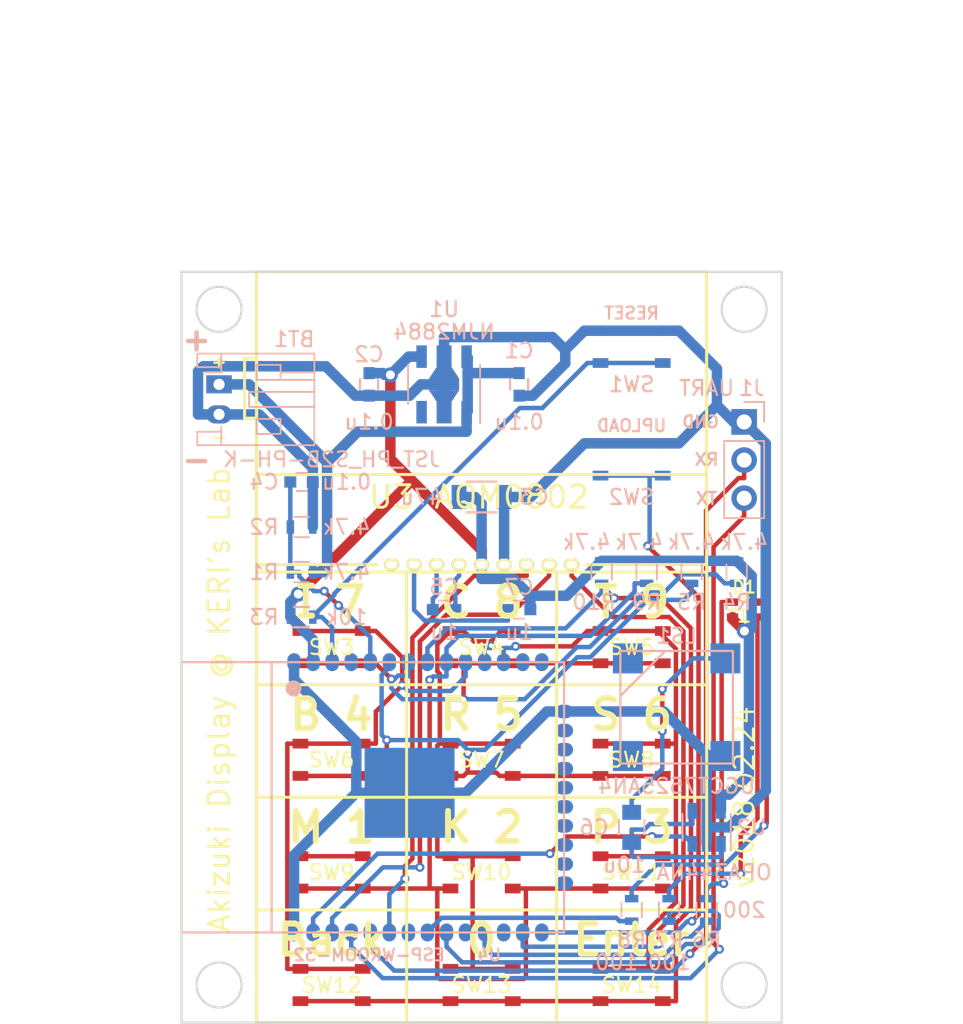
<source format=kicad_pcb>
(kicad_pcb (version 4) (host pcbnew 4.0.7)

  (general
    (links 116)
    (no_connects 0)
    (area 112.679999 30.959999 176.880001 99.160001)
    (thickness 1.6)
    (drawings 44)
    (tracks 488)
    (zones 0)
    (modules 39)
    (nets 31)
  )

  (page A4)
  (layers
    (0 F.Cu signal)
    (31 B.Cu signal)
    (32 B.Adhes user)
    (33 F.Adhes user)
    (34 B.Paste user)
    (35 F.Paste user)
    (36 B.SilkS user)
    (37 F.SilkS user)
    (38 B.Mask user)
    (39 F.Mask user)
    (40 Dwgs.User user)
    (41 Cmts.User user)
    (42 Eco1.User user)
    (43 Eco2.User user)
    (44 Edge.Cuts user)
    (45 Margin user)
    (46 B.CrtYd user)
    (47 F.CrtYd user)
    (48 B.Fab user)
    (49 F.Fab user)
  )

  (setup
    (last_trace_width 0.3)
    (trace_clearance 0.2)
    (zone_clearance 0.508)
    (zone_45_only yes)
    (trace_min 0.2)
    (segment_width 0.2)
    (edge_width 0.15)
    (via_size 0.6)
    (via_drill 0.3)
    (via_min_size 0.4)
    (via_min_drill 0.3)
    (uvia_size 0.3)
    (uvia_drill 0.1)
    (uvias_allowed no)
    (uvia_min_size 0.2)
    (uvia_min_drill 0.1)
    (pcb_text_width 0.3)
    (pcb_text_size 1.5 1.5)
    (mod_edge_width 0.15)
    (mod_text_size 1 1)
    (mod_text_width 0.15)
    (pad_size 1.524 1.524)
    (pad_drill 0.762)
    (pad_to_mask_clearance 0.1)
    (aux_axis_origin 0 0)
    (grid_origin 144.78 99.06)
    (visible_elements 7FFFFFFF)
    (pcbplotparams
      (layerselection 0x010f0_80000001)
      (usegerberextensions true)
      (excludeedgelayer true)
      (linewidth 0.100000)
      (plotframeref false)
      (viasonmask false)
      (mode 1)
      (useauxorigin false)
      (hpglpennumber 1)
      (hpglpenspeed 20)
      (hpglpendiameter 15)
      (hpglpenoverlay 2)
      (psnegative false)
      (psa4output false)
      (plotreference true)
      (plotvalue true)
      (plotinvisibletext false)
      (padsonsilk false)
      (subtractmaskfromsilk true)
      (outputformat 1)
      (mirror false)
      (drillshape 0)
      (scaleselection 1)
      (outputdirectory gerber))
  )

  (net 0 "")
  (net 1 GND)
  (net 2 +3V3)
  (net 3 IO0)
  (net 4 ENABLE)
  (net 5 TENKEY_R4)
  (net 6 TENKEY_C1)
  (net 7 TENKEY_C2)
  (net 8 TENKEY_C3)
  (net 9 TENKEY_R3)
  (net 10 TENKEY_R2)
  (net 11 TENKEY_R1)
  (net 12 LED_R)
  (net 13 LED_G)
  (net 14 LED_B)
  (net 15 +5V)
  (net 16 BAT_VOL)
  (net 17 "Net-(C5-Pad2)")
  (net 18 "Net-(C5-Pad1)")
  (net 19 "Net-(C6-Pad1)")
  (net 20 "Net-(C6-Pad2)")
  (net 21 "Net-(C7-Pad2)")
  (net 22 "Net-(D1-Pad2)")
  (net 23 "Net-(D1-Pad4)")
  (net 24 "Net-(D1-Pad3)")
  (net 25 UART_RX)
  (net 26 UART_TX)
  (net 27 SPEAKER)
  (net 28 LCD_RESET)
  (net 29 I2C_SDA)
  (net 30 I2C_SCL)

  (net_class Default "これは標準のネット クラスです。"
    (clearance 0.2)
    (trace_width 0.3)
    (via_dia 0.6)
    (via_drill 0.3)
    (uvia_dia 0.3)
    (uvia_drill 0.1)
    (add_net BAT_VOL)
    (add_net ENABLE)
    (add_net I2C_SCL)
    (add_net I2C_SDA)
    (add_net IO0)
    (add_net LCD_RESET)
    (add_net LED_B)
    (add_net LED_G)
    (add_net LED_R)
    (add_net "Net-(C5-Pad1)")
    (add_net "Net-(C5-Pad2)")
    (add_net "Net-(C6-Pad1)")
    (add_net "Net-(C6-Pad2)")
    (add_net "Net-(C7-Pad2)")
    (add_net "Net-(D1-Pad2)")
    (add_net "Net-(D1-Pad3)")
    (add_net "Net-(D1-Pad4)")
    (add_net SPEAKER)
    (add_net TENKEY_C1)
    (add_net TENKEY_C2)
    (add_net TENKEY_C3)
    (add_net TENKEY_R1)
    (add_net TENKEY_R2)
    (add_net TENKEY_R3)
    (add_net TENKEY_R4)
    (add_net UART_RX)
    (add_net UART_TX)
  )

  (net_class 3.3V ""
    (clearance 0.2)
    (trace_width 0.7)
    (via_dia 1)
    (via_drill 0.6)
    (uvia_dia 0.3)
    (uvia_drill 0.1)
    (add_net +3V3)
  )

  (net_class 5V ""
    (clearance 0.2)
    (trace_width 0.7)
    (via_dia 1)
    (via_drill 0.6)
    (uvia_dia 0.3)
    (uvia_drill 0.1)
    (add_net +5V)
  )

  (net_class GND ""
    (clearance 0.2)
    (trace_width 0.7)
    (via_dia 1)
    (via_drill 0.6)
    (uvia_dia 0.3)
    (uvia_drill 0.1)
    (add_net GND)
  )

  (module Capacitors_SMD:C_0603 (layer B.Cu) (tedit 5A8E6D17) (tstamp 58F0DDD9)
    (at 147.28 56.56 270)
    (descr "Capacitor SMD 0603, reflow soldering, AVX (see smccp.pdf)")
    (tags "capacitor 0603")
    (path /58F04914)
    (attr smd)
    (fp_text reference C1 (at -2.25 0 540) (layer B.SilkS)
      (effects (font (size 1 1) (thickness 0.15)) (justify mirror))
    )
    (fp_text value 0.1u (at 2.5 0 360) (layer B.SilkS)
      (effects (font (size 1 1) (thickness 0.15)) (justify mirror))
    )
    (fp_line (start -1.45 0.75) (end 1.45 0.75) (layer B.CrtYd) (width 0.05))
    (fp_line (start -1.45 -0.75) (end 1.45 -0.75) (layer B.CrtYd) (width 0.05))
    (fp_line (start -1.45 0.75) (end -1.45 -0.75) (layer B.CrtYd) (width 0.05))
    (fp_line (start 1.45 0.75) (end 1.45 -0.75) (layer B.CrtYd) (width 0.05))
    (fp_line (start -0.35 0.6) (end 0.35 0.6) (layer B.SilkS) (width 0.15))
    (fp_line (start 0.35 -0.6) (end -0.35 -0.6) (layer B.SilkS) (width 0.15))
    (pad 1 smd rect (at -0.75 0 270) (size 0.8 0.75) (layers B.Cu B.Paste B.Mask)
      (net 15 +5V))
    (pad 2 smd rect (at 0.75 0 270) (size 0.8 0.75) (layers B.Cu B.Paste B.Mask)
      (net 1 GND))
    (model Capacitors_SMD.3dshapes/C_0603.wrl
      (at (xyz 0 0 0))
      (scale (xyz 1 1 1))
      (rotate (xyz 0 0 0))
    )
  )

  (module Capacitors_SMD:C_0603 (layer B.Cu) (tedit 5A90A99D) (tstamp 58F0DDDF)
    (at 137.28 56.56 270)
    (descr "Capacitor SMD 0603, reflow soldering, AVX (see smccp.pdf)")
    (tags "capacitor 0603")
    (path /58F04AA0)
    (attr smd)
    (fp_text reference C2 (at -2 0 360) (layer B.SilkS)
      (effects (font (size 1 1) (thickness 0.15)) (justify mirror))
    )
    (fp_text value 0.1u (at 2.5 0 360) (layer B.SilkS)
      (effects (font (size 1 1) (thickness 0.15)) (justify mirror))
    )
    (fp_line (start -1.45 0.75) (end 1.45 0.75) (layer B.CrtYd) (width 0.05))
    (fp_line (start -1.45 -0.75) (end 1.45 -0.75) (layer B.CrtYd) (width 0.05))
    (fp_line (start -1.45 0.75) (end -1.45 -0.75) (layer B.CrtYd) (width 0.05))
    (fp_line (start 1.45 0.75) (end 1.45 -0.75) (layer B.CrtYd) (width 0.05))
    (fp_line (start -0.35 0.6) (end 0.35 0.6) (layer B.SilkS) (width 0.15))
    (fp_line (start 0.35 -0.6) (end -0.35 -0.6) (layer B.SilkS) (width 0.15))
    (pad 1 smd rect (at -0.75 0 270) (size 0.8 0.75) (layers B.Cu B.Paste B.Mask)
      (net 2 +3V3))
    (pad 2 smd rect (at 0.75 0 270) (size 0.8 0.75) (layers B.Cu B.Paste B.Mask)
      (net 1 GND))
    (model Capacitors_SMD.3dshapes/C_0603.wrl
      (at (xyz 0 0 0))
      (scale (xyz 1 1 1))
      (rotate (xyz 0 0 0))
    )
  )

  (module Capacitors_SMD:C_1206 (layer B.Cu) (tedit 5A8E7056) (tstamp 58F0DDE5)
    (at 144.78 64.06)
    (descr "Capacitor SMD 1206, reflow soldering, AVX (see smccp.pdf)")
    (tags "capacitor 1206")
    (path /58F04B41)
    (attr smd)
    (fp_text reference C3 (at 3.5 0 180) (layer B.SilkS)
      (effects (font (size 1 1) (thickness 0.15)) (justify mirror))
    )
    (fp_text value 47u (at -4 0 180) (layer B.SilkS)
      (effects (font (size 1 1) (thickness 0.15)) (justify mirror))
    )
    (fp_line (start -2.3 1.15) (end 2.3 1.15) (layer B.CrtYd) (width 0.05))
    (fp_line (start -2.3 -1.15) (end 2.3 -1.15) (layer B.CrtYd) (width 0.05))
    (fp_line (start -2.3 1.15) (end -2.3 -1.15) (layer B.CrtYd) (width 0.05))
    (fp_line (start 2.3 1.15) (end 2.3 -1.15) (layer B.CrtYd) (width 0.05))
    (fp_line (start 1 1.025) (end -1 1.025) (layer B.SilkS) (width 0.15))
    (fp_line (start -1 -1.025) (end 1 -1.025) (layer B.SilkS) (width 0.15))
    (pad 1 smd rect (at -1.5 0) (size 1 1.6) (layers B.Cu B.Paste B.Mask)
      (net 2 +3V3))
    (pad 2 smd rect (at 1.5 0) (size 1 1.6) (layers B.Cu B.Paste B.Mask)
      (net 1 GND))
    (model Capacitors_SMD.3dshapes/C_1206.wrl
      (at (xyz 0 0 0))
      (scale (xyz 1 1 1))
      (rotate (xyz 0 0 0))
    )
  )

  (module Resistors_SMD:R_0603 (layer B.Cu) (tedit 5A8E71C2) (tstamp 58F0DE4F)
    (at 132.78 72.06)
    (descr "Resistor SMD 0603, reflow soldering, Vishay (see dcrcw.pdf)")
    (tags "resistor 0603")
    (path /58DEEFB3)
    (attr smd)
    (fp_text reference R3 (at -2.5 0) (layer B.SilkS)
      (effects (font (size 1 1) (thickness 0.15)) (justify mirror))
    )
    (fp_text value 10k (at 3 0) (layer B.SilkS)
      (effects (font (size 1 1) (thickness 0.15)) (justify mirror))
    )
    (fp_line (start -1.3 0.8) (end 1.3 0.8) (layer B.CrtYd) (width 0.05))
    (fp_line (start -1.3 -0.8) (end 1.3 -0.8) (layer B.CrtYd) (width 0.05))
    (fp_line (start -1.3 0.8) (end -1.3 -0.8) (layer B.CrtYd) (width 0.05))
    (fp_line (start 1.3 0.8) (end 1.3 -0.8) (layer B.CrtYd) (width 0.05))
    (fp_line (start 0.5 -0.675) (end -0.5 -0.675) (layer B.SilkS) (width 0.15))
    (fp_line (start -0.5 0.675) (end 0.5 0.675) (layer B.SilkS) (width 0.15))
    (pad 1 smd rect (at -0.75 0) (size 0.5 0.9) (layers B.Cu B.Paste B.Mask)
      (net 2 +3V3))
    (pad 2 smd rect (at 0.75 0) (size 0.5 0.9) (layers B.Cu B.Paste B.Mask)
      (net 4 ENABLE))
    (model Resistors_SMD.3dshapes/R_0603.wrl
      (at (xyz 0 0 0))
      (scale (xyz 1 1 1))
      (rotate (xyz 0 0 0))
    )
  )

  (module Resistors_SMD:R_0603 (layer B.Cu) (tedit 5A8E734F) (tstamp 5A89899E)
    (at 159.78 91.56 270)
    (descr "Resistor SMD 0603, reflow soldering, Vishay (see dcrcw.pdf)")
    (tags "resistor 0603")
    (path /5A8D2815)
    (attr smd)
    (fp_text reference R6 (at 2 0 540) (layer B.SilkS)
      (effects (font (size 1 1) (thickness 0.15)) (justify mirror))
    )
    (fp_text value 200 (at 0 -2.5 360) (layer B.SilkS)
      (effects (font (size 1 1) (thickness 0.15)) (justify mirror))
    )
    (fp_text user %R (at 0 0 270) (layer B.Fab)
      (effects (font (size 0.4 0.4) (thickness 0.075)) (justify mirror))
    )
    (fp_line (start -0.8 -0.4) (end -0.8 0.4) (layer B.Fab) (width 0.1))
    (fp_line (start 0.8 -0.4) (end -0.8 -0.4) (layer B.Fab) (width 0.1))
    (fp_line (start 0.8 0.4) (end 0.8 -0.4) (layer B.Fab) (width 0.1))
    (fp_line (start -0.8 0.4) (end 0.8 0.4) (layer B.Fab) (width 0.1))
    (fp_line (start 0.5 -0.68) (end -0.5 -0.68) (layer B.SilkS) (width 0.12))
    (fp_line (start -0.5 0.68) (end 0.5 0.68) (layer B.SilkS) (width 0.12))
    (fp_line (start -1.25 0.7) (end 1.25 0.7) (layer B.CrtYd) (width 0.05))
    (fp_line (start -1.25 0.7) (end -1.25 -0.7) (layer B.CrtYd) (width 0.05))
    (fp_line (start 1.25 -0.7) (end 1.25 0.7) (layer B.CrtYd) (width 0.05))
    (fp_line (start 1.25 -0.7) (end -1.25 -0.7) (layer B.CrtYd) (width 0.05))
    (pad 1 smd rect (at -0.75 0 270) (size 0.5 0.9) (layers B.Cu B.Paste B.Mask)
      (net 22 "Net-(D1-Pad2)"))
    (pad 2 smd rect (at 0.75 0 270) (size 0.5 0.9) (layers B.Cu B.Paste B.Mask)
      (net 12 LED_R))
    (model ${KISYS3DMOD}/Resistors_SMD.3dshapes/R_0603.wrl
      (at (xyz 0 0 0))
      (scale (xyz 1 1 1))
      (rotate (xyz 0 0 0))
    )
  )

  (module Resistors_SMD:R_0603 (layer B.Cu) (tedit 5A8E712F) (tstamp 5A8989A4)
    (at 157.28 91.56 270)
    (descr "Resistor SMD 0603, reflow soldering, Vishay (see dcrcw.pdf)")
    (tags "resistor 0603")
    (path /5A8D2959)
    (attr smd)
    (fp_text reference R7 (at 2 0 540) (layer B.SilkS)
      (effects (font (size 1 1) (thickness 0.15)) (justify mirror))
    )
    (fp_text value 100 (at 3.5 0 360) (layer B.SilkS)
      (effects (font (size 1 1) (thickness 0.15)) (justify mirror))
    )
    (fp_text user %R (at 0 0 270) (layer B.Fab)
      (effects (font (size 0.4 0.4) (thickness 0.075)) (justify mirror))
    )
    (fp_line (start -0.8 -0.4) (end -0.8 0.4) (layer B.Fab) (width 0.1))
    (fp_line (start 0.8 -0.4) (end -0.8 -0.4) (layer B.Fab) (width 0.1))
    (fp_line (start 0.8 0.4) (end 0.8 -0.4) (layer B.Fab) (width 0.1))
    (fp_line (start -0.8 0.4) (end 0.8 0.4) (layer B.Fab) (width 0.1))
    (fp_line (start 0.5 -0.68) (end -0.5 -0.68) (layer B.SilkS) (width 0.12))
    (fp_line (start -0.5 0.68) (end 0.5 0.68) (layer B.SilkS) (width 0.12))
    (fp_line (start -1.25 0.7) (end 1.25 0.7) (layer B.CrtYd) (width 0.05))
    (fp_line (start -1.25 0.7) (end -1.25 -0.7) (layer B.CrtYd) (width 0.05))
    (fp_line (start 1.25 -0.7) (end 1.25 0.7) (layer B.CrtYd) (width 0.05))
    (fp_line (start 1.25 -0.7) (end -1.25 -0.7) (layer B.CrtYd) (width 0.05))
    (pad 1 smd rect (at -0.75 0 270) (size 0.5 0.9) (layers B.Cu B.Paste B.Mask)
      (net 24 "Net-(D1-Pad3)"))
    (pad 2 smd rect (at 0.75 0 270) (size 0.5 0.9) (layers B.Cu B.Paste B.Mask)
      (net 13 LED_G))
    (model ${KISYS3DMOD}/Resistors_SMD.3dshapes/R_0603.wrl
      (at (xyz 0 0 0))
      (scale (xyz 1 1 1))
      (rotate (xyz 0 0 0))
    )
  )

  (module Resistors_SMD:R_0603 (layer B.Cu) (tedit 5A8E7140) (tstamp 5A8989AA)
    (at 154.78 91.56 270)
    (descr "Resistor SMD 0603, reflow soldering, Vishay (see dcrcw.pdf)")
    (tags "resistor 0603")
    (path /5A8D29DC)
    (attr smd)
    (fp_text reference R8 (at 2 0 540) (layer B.SilkS)
      (effects (font (size 1 1) (thickness 0.15)) (justify mirror))
    )
    (fp_text value 100 (at 3.5 1 360) (layer B.SilkS)
      (effects (font (size 1 1) (thickness 0.15)) (justify mirror))
    )
    (fp_text user %R (at 0 0 270) (layer B.Fab)
      (effects (font (size 0.4 0.4) (thickness 0.075)) (justify mirror))
    )
    (fp_line (start -0.8 -0.4) (end -0.8 0.4) (layer B.Fab) (width 0.1))
    (fp_line (start 0.8 -0.4) (end -0.8 -0.4) (layer B.Fab) (width 0.1))
    (fp_line (start 0.8 0.4) (end 0.8 -0.4) (layer B.Fab) (width 0.1))
    (fp_line (start -0.8 0.4) (end 0.8 0.4) (layer B.Fab) (width 0.1))
    (fp_line (start 0.5 -0.68) (end -0.5 -0.68) (layer B.SilkS) (width 0.12))
    (fp_line (start -0.5 0.68) (end 0.5 0.68) (layer B.SilkS) (width 0.12))
    (fp_line (start -1.25 0.7) (end 1.25 0.7) (layer B.CrtYd) (width 0.05))
    (fp_line (start -1.25 0.7) (end -1.25 -0.7) (layer B.CrtYd) (width 0.05))
    (fp_line (start 1.25 -0.7) (end 1.25 0.7) (layer B.CrtYd) (width 0.05))
    (fp_line (start 1.25 -0.7) (end -1.25 -0.7) (layer B.CrtYd) (width 0.05))
    (pad 1 smd rect (at -0.75 0 270) (size 0.5 0.9) (layers B.Cu B.Paste B.Mask)
      (net 23 "Net-(D1-Pad4)"))
    (pad 2 smd rect (at 0.75 0 270) (size 0.5 0.9) (layers B.Cu B.Paste B.Mask)
      (net 14 LED_B))
    (model ${KISYS3DMOD}/Resistors_SMD.3dshapes/R_0603.wrl
      (at (xyz 0 0 0))
      (scale (xyz 1 1 1))
      (rotate (xyz 0 0 0))
    )
  )

  (module Capacitors_SMD:C_0603 (layer B.Cu) (tedit 5A8E71B7) (tstamp 5A8AAB3E)
    (at 132.78 63.06)
    (descr "Capacitor SMD 0603, reflow soldering, AVX (see smccp.pdf)")
    (tags "capacitor 0603")
    (path /5A8D8E3E)
    (attr smd)
    (fp_text reference C4 (at -2.5 0 180) (layer B.SilkS)
      (effects (font (size 1 1) (thickness 0.15)) (justify mirror))
    )
    (fp_text value 0.1u (at 3 0) (layer B.SilkS)
      (effects (font (size 1 1) (thickness 0.15)) (justify mirror))
    )
    (fp_line (start 1.4 -0.65) (end -1.4 -0.65) (layer B.CrtYd) (width 0.05))
    (fp_line (start 1.4 -0.65) (end 1.4 0.65) (layer B.CrtYd) (width 0.05))
    (fp_line (start -1.4 0.65) (end -1.4 -0.65) (layer B.CrtYd) (width 0.05))
    (fp_line (start -1.4 0.65) (end 1.4 0.65) (layer B.CrtYd) (width 0.05))
    (fp_line (start 0.35 -0.6) (end -0.35 -0.6) (layer B.SilkS) (width 0.12))
    (fp_line (start -0.35 0.6) (end 0.35 0.6) (layer B.SilkS) (width 0.12))
    (fp_line (start -0.8 0.4) (end 0.8 0.4) (layer B.Fab) (width 0.1))
    (fp_line (start 0.8 0.4) (end 0.8 -0.4) (layer B.Fab) (width 0.1))
    (fp_line (start 0.8 -0.4) (end -0.8 -0.4) (layer B.Fab) (width 0.1))
    (fp_line (start -0.8 -0.4) (end -0.8 0.4) (layer B.Fab) (width 0.1))
    (fp_text user %R (at 0 0) (layer B.Fab)
      (effects (font (size 0.3 0.3) (thickness 0.075)) (justify mirror))
    )
    (pad 2 smd rect (at 0.75 0) (size 0.8 0.75) (layers B.Cu B.Paste B.Mask)
      (net 1 GND))
    (pad 1 smd rect (at -0.75 0) (size 0.8 0.75) (layers B.Cu B.Paste B.Mask)
      (net 16 BAT_VOL))
    (model Capacitors_SMD.3dshapes/C_0603.wrl
      (at (xyz 0 0 0))
      (scale (xyz 1 1 1))
      (rotate (xyz 0 0 0))
    )
  )

  (module Capacitors_SMD:C_0603 (layer B.Cu) (tedit 5A8E6F8C) (tstamp 5A8AAB44)
    (at 142.28 71.56)
    (descr "Capacitor SMD 0603, reflow soldering, AVX (see smccp.pdf)")
    (tags "capacitor 0603")
    (path /5A8C7DC6)
    (attr smd)
    (fp_text reference C5 (at 0 -1.5) (layer B.SilkS)
      (effects (font (size 1 1) (thickness 0.15)) (justify mirror))
    )
    (fp_text value 1u (at 0 1.5) (layer B.SilkS)
      (effects (font (size 1 1) (thickness 0.15)) (justify mirror))
    )
    (fp_line (start 1.4 -0.65) (end -1.4 -0.65) (layer B.CrtYd) (width 0.05))
    (fp_line (start 1.4 -0.65) (end 1.4 0.65) (layer B.CrtYd) (width 0.05))
    (fp_line (start -1.4 0.65) (end -1.4 -0.65) (layer B.CrtYd) (width 0.05))
    (fp_line (start -1.4 0.65) (end 1.4 0.65) (layer B.CrtYd) (width 0.05))
    (fp_line (start 0.35 -0.6) (end -0.35 -0.6) (layer B.SilkS) (width 0.12))
    (fp_line (start -0.35 0.6) (end 0.35 0.6) (layer B.SilkS) (width 0.12))
    (fp_line (start -0.8 0.4) (end 0.8 0.4) (layer B.Fab) (width 0.1))
    (fp_line (start 0.8 0.4) (end 0.8 -0.4) (layer B.Fab) (width 0.1))
    (fp_line (start 0.8 -0.4) (end -0.8 -0.4) (layer B.Fab) (width 0.1))
    (fp_line (start -0.8 -0.4) (end -0.8 0.4) (layer B.Fab) (width 0.1))
    (fp_text user %R (at 0 0) (layer B.Fab)
      (effects (font (size 0.3 0.3) (thickness 0.075)) (justify mirror))
    )
    (pad 2 smd rect (at 0.75 0) (size 0.8 0.75) (layers B.Cu B.Paste B.Mask)
      (net 17 "Net-(C5-Pad2)"))
    (pad 1 smd rect (at -0.75 0) (size 0.8 0.75) (layers B.Cu B.Paste B.Mask)
      (net 18 "Net-(C5-Pad1)"))
    (model Capacitors_SMD.3dshapes/C_0603.wrl
      (at (xyz 0 0 0))
      (scale (xyz 1 1 1))
      (rotate (xyz 0 0 0))
    )
  )

  (module Capacitors_SMD:C_0805 (layer B.Cu) (tedit 5A8E7371) (tstamp 5A8AAB4A)
    (at 154.78 86.06 270)
    (descr "Capacitor SMD 0805, reflow soldering, AVX (see smccp.pdf)")
    (tags "capacitor 0805")
    (path /5A89A494)
    (attr smd)
    (fp_text reference C6 (at 0 2.5 540) (layer B.SilkS)
      (effects (font (size 1 1) (thickness 0.15)) (justify mirror))
    )
    (fp_text value 10u (at 2.5 0.5 360) (layer B.SilkS)
      (effects (font (size 1 1) (thickness 0.15)) (justify mirror))
    )
    (fp_text user %R (at 0 1.5 270) (layer B.Fab)
      (effects (font (size 1 1) (thickness 0.15)) (justify mirror))
    )
    (fp_line (start -1 -0.62) (end -1 0.62) (layer B.Fab) (width 0.1))
    (fp_line (start 1 -0.62) (end -1 -0.62) (layer B.Fab) (width 0.1))
    (fp_line (start 1 0.62) (end 1 -0.62) (layer B.Fab) (width 0.1))
    (fp_line (start -1 0.62) (end 1 0.62) (layer B.Fab) (width 0.1))
    (fp_line (start 0.5 0.85) (end -0.5 0.85) (layer B.SilkS) (width 0.12))
    (fp_line (start -0.5 -0.85) (end 0.5 -0.85) (layer B.SilkS) (width 0.12))
    (fp_line (start -1.75 0.88) (end 1.75 0.88) (layer B.CrtYd) (width 0.05))
    (fp_line (start -1.75 0.88) (end -1.75 -0.87) (layer B.CrtYd) (width 0.05))
    (fp_line (start 1.75 -0.87) (end 1.75 0.88) (layer B.CrtYd) (width 0.05))
    (fp_line (start 1.75 -0.87) (end -1.75 -0.87) (layer B.CrtYd) (width 0.05))
    (pad 1 smd rect (at -1 0 270) (size 1 1.25) (layers B.Cu B.Paste B.Mask)
      (net 19 "Net-(C6-Pad1)"))
    (pad 2 smd rect (at 1 0 270) (size 1 1.25) (layers B.Cu B.Paste B.Mask)
      (net 20 "Net-(C6-Pad2)"))
    (model Capacitors_SMD.3dshapes/C_0805.wrl
      (at (xyz 0 0 0))
      (scale (xyz 1 1 1))
      (rotate (xyz 0 0 0))
    )
  )

  (module Capacitors_SMD:C_0603 (layer B.Cu) (tedit 5A8E6F8F) (tstamp 5A8AAB50)
    (at 147.28 71.56 180)
    (descr "Capacitor SMD 0603, reflow soldering, AVX (see smccp.pdf)")
    (tags "capacitor 0603")
    (path /5A8C8704)
    (attr smd)
    (fp_text reference C7 (at 0 1.5 180) (layer B.SilkS)
      (effects (font (size 1 1) (thickness 0.15)) (justify mirror))
    )
    (fp_text value 1u (at 0 -1.5 180) (layer B.SilkS)
      (effects (font (size 1 1) (thickness 0.15)) (justify mirror))
    )
    (fp_line (start 1.4 -0.65) (end -1.4 -0.65) (layer B.CrtYd) (width 0.05))
    (fp_line (start 1.4 -0.65) (end 1.4 0.65) (layer B.CrtYd) (width 0.05))
    (fp_line (start -1.4 0.65) (end -1.4 -0.65) (layer B.CrtYd) (width 0.05))
    (fp_line (start -1.4 0.65) (end 1.4 0.65) (layer B.CrtYd) (width 0.05))
    (fp_line (start 0.35 -0.6) (end -0.35 -0.6) (layer B.SilkS) (width 0.12))
    (fp_line (start -0.35 0.6) (end 0.35 0.6) (layer B.SilkS) (width 0.12))
    (fp_line (start -0.8 0.4) (end 0.8 0.4) (layer B.Fab) (width 0.1))
    (fp_line (start 0.8 0.4) (end 0.8 -0.4) (layer B.Fab) (width 0.1))
    (fp_line (start 0.8 -0.4) (end -0.8 -0.4) (layer B.Fab) (width 0.1))
    (fp_line (start -0.8 -0.4) (end -0.8 0.4) (layer B.Fab) (width 0.1))
    (fp_text user %R (at 0 0 180) (layer B.Fab)
      (effects (font (size 0.3 0.3) (thickness 0.075)) (justify mirror))
    )
    (pad 2 smd rect (at 0.75 0 180) (size 0.8 0.75) (layers B.Cu B.Paste B.Mask)
      (net 21 "Net-(C7-Pad2)"))
    (pad 1 smd rect (at -0.75 0 180) (size 0.8 0.75) (layers B.Cu B.Paste B.Mask)
      (net 2 +3V3))
    (model Capacitors_SMD.3dshapes/C_0603.wrl
      (at (xyz 0 0 0))
      (scale (xyz 1 1 1))
      (rotate (xyz 0 0 0))
    )
  )

  (module Resistors_SMD:R_0603 (layer B.Cu) (tedit 5A8E71BF) (tstamp 5A8AAB6B)
    (at 132.78 69.06 180)
    (descr "Resistor SMD 0603, reflow soldering, Vishay (see dcrcw.pdf)")
    (tags "resistor 0603")
    (path /5A8D8861)
    (attr smd)
    (fp_text reference R1 (at 2.5 0 360) (layer B.SilkS)
      (effects (font (size 1 1) (thickness 0.15)) (justify mirror))
    )
    (fp_text value 4.7k (at -3 0 180) (layer B.SilkS)
      (effects (font (size 1 1) (thickness 0.15)) (justify mirror))
    )
    (fp_text user %R (at 0 0 180) (layer B.Fab)
      (effects (font (size 0.4 0.4) (thickness 0.075)) (justify mirror))
    )
    (fp_line (start -0.8 -0.4) (end -0.8 0.4) (layer B.Fab) (width 0.1))
    (fp_line (start 0.8 -0.4) (end -0.8 -0.4) (layer B.Fab) (width 0.1))
    (fp_line (start 0.8 0.4) (end 0.8 -0.4) (layer B.Fab) (width 0.1))
    (fp_line (start -0.8 0.4) (end 0.8 0.4) (layer B.Fab) (width 0.1))
    (fp_line (start 0.5 -0.68) (end -0.5 -0.68) (layer B.SilkS) (width 0.12))
    (fp_line (start -0.5 0.68) (end 0.5 0.68) (layer B.SilkS) (width 0.12))
    (fp_line (start -1.25 0.7) (end 1.25 0.7) (layer B.CrtYd) (width 0.05))
    (fp_line (start -1.25 0.7) (end -1.25 -0.7) (layer B.CrtYd) (width 0.05))
    (fp_line (start 1.25 -0.7) (end 1.25 0.7) (layer B.CrtYd) (width 0.05))
    (fp_line (start 1.25 -0.7) (end -1.25 -0.7) (layer B.CrtYd) (width 0.05))
    (pad 1 smd rect (at -0.75 0 180) (size 0.5 0.9) (layers B.Cu B.Paste B.Mask)
      (net 15 +5V))
    (pad 2 smd rect (at 0.75 0 180) (size 0.5 0.9) (layers B.Cu B.Paste B.Mask)
      (net 16 BAT_VOL))
    (model ${KISYS3DMOD}/Resistors_SMD.3dshapes/R_0603.wrl
      (at (xyz 0 0 0))
      (scale (xyz 1 1 1))
      (rotate (xyz 0 0 0))
    )
  )

  (module Resistors_SMD:R_0603 (layer B.Cu) (tedit 5A8E71BB) (tstamp 5A8AAB71)
    (at 132.78 66.06)
    (descr "Resistor SMD 0603, reflow soldering, Vishay (see dcrcw.pdf)")
    (tags "resistor 0603")
    (path /5A8D88EB)
    (attr smd)
    (fp_text reference R2 (at -2.5 0) (layer B.SilkS)
      (effects (font (size 1 1) (thickness 0.15)) (justify mirror))
    )
    (fp_text value 4.7k (at 3 0) (layer B.SilkS)
      (effects (font (size 1 1) (thickness 0.15)) (justify mirror))
    )
    (fp_text user %R (at 0 0) (layer B.Fab)
      (effects (font (size 0.4 0.4) (thickness 0.075)) (justify mirror))
    )
    (fp_line (start -0.8 -0.4) (end -0.8 0.4) (layer B.Fab) (width 0.1))
    (fp_line (start 0.8 -0.4) (end -0.8 -0.4) (layer B.Fab) (width 0.1))
    (fp_line (start 0.8 0.4) (end 0.8 -0.4) (layer B.Fab) (width 0.1))
    (fp_line (start -0.8 0.4) (end 0.8 0.4) (layer B.Fab) (width 0.1))
    (fp_line (start 0.5 -0.68) (end -0.5 -0.68) (layer B.SilkS) (width 0.12))
    (fp_line (start -0.5 0.68) (end 0.5 0.68) (layer B.SilkS) (width 0.12))
    (fp_line (start -1.25 0.7) (end 1.25 0.7) (layer B.CrtYd) (width 0.05))
    (fp_line (start -1.25 0.7) (end -1.25 -0.7) (layer B.CrtYd) (width 0.05))
    (fp_line (start 1.25 -0.7) (end 1.25 0.7) (layer B.CrtYd) (width 0.05))
    (fp_line (start 1.25 -0.7) (end -1.25 -0.7) (layer B.CrtYd) (width 0.05))
    (pad 1 smd rect (at -0.75 0) (size 0.5 0.9) (layers B.Cu B.Paste B.Mask)
      (net 16 BAT_VOL))
    (pad 2 smd rect (at 0.75 0) (size 0.5 0.9) (layers B.Cu B.Paste B.Mask)
      (net 1 GND))
    (model ${KISYS3DMOD}/Resistors_SMD.3dshapes/R_0603.wrl
      (at (xyz 0 0 0))
      (scale (xyz 1 1 1))
      (rotate (xyz 0 0 0))
    )
  )

  (module Resistors_SMD:R_0603 (layer B.Cu) (tedit 5A8E6FC5) (tstamp 5A8AAB77)
    (at 161.78 69.06 90)
    (descr "Resistor SMD 0603, reflow soldering, Vishay (see dcrcw.pdf)")
    (tags "resistor 0603")
    (path /5A8A1FA9)
    (attr smd)
    (fp_text reference R4 (at -2 0 360) (layer B.SilkS)
      (effects (font (size 1 1) (thickness 0.15)) (justify mirror))
    )
    (fp_text value 4.7k (at 2 0.5 180) (layer B.SilkS)
      (effects (font (size 1 1) (thickness 0.15)) (justify mirror))
    )
    (fp_text user %R (at 0 0 90) (layer B.Fab)
      (effects (font (size 0.4 0.4) (thickness 0.075)) (justify mirror))
    )
    (fp_line (start -0.8 -0.4) (end -0.8 0.4) (layer B.Fab) (width 0.1))
    (fp_line (start 0.8 -0.4) (end -0.8 -0.4) (layer B.Fab) (width 0.1))
    (fp_line (start 0.8 0.4) (end 0.8 -0.4) (layer B.Fab) (width 0.1))
    (fp_line (start -0.8 0.4) (end 0.8 0.4) (layer B.Fab) (width 0.1))
    (fp_line (start 0.5 -0.68) (end -0.5 -0.68) (layer B.SilkS) (width 0.12))
    (fp_line (start -0.5 0.68) (end 0.5 0.68) (layer B.SilkS) (width 0.12))
    (fp_line (start -1.25 0.7) (end 1.25 0.7) (layer B.CrtYd) (width 0.05))
    (fp_line (start -1.25 0.7) (end -1.25 -0.7) (layer B.CrtYd) (width 0.05))
    (fp_line (start 1.25 -0.7) (end 1.25 0.7) (layer B.CrtYd) (width 0.05))
    (fp_line (start 1.25 -0.7) (end -1.25 -0.7) (layer B.CrtYd) (width 0.05))
    (pad 1 smd rect (at -0.75 0 90) (size 0.5 0.9) (layers B.Cu B.Paste B.Mask)
      (net 5 TENKEY_R4))
    (pad 2 smd rect (at 0.75 0 90) (size 0.5 0.9) (layers B.Cu B.Paste B.Mask)
      (net 2 +3V3))
    (model ${KISYS3DMOD}/Resistors_SMD.3dshapes/R_0603.wrl
      (at (xyz 0 0 0))
      (scale (xyz 1 1 1))
      (rotate (xyz 0 0 0))
    )
  )

  (module Resistors_SMD:R_0603 (layer B.Cu) (tedit 5A8E6FCC) (tstamp 5A8AAB7D)
    (at 158.78 69.06 90)
    (descr "Resistor SMD 0603, reflow soldering, Vishay (see dcrcw.pdf)")
    (tags "resistor 0603")
    (path /5A8A21EC)
    (attr smd)
    (fp_text reference R5 (at -2 0 360) (layer B.SilkS)
      (effects (font (size 1 1) (thickness 0.15)) (justify mirror))
    )
    (fp_text value 4.7k (at 2 0 180) (layer B.SilkS)
      (effects (font (size 1 1) (thickness 0.15)) (justify mirror))
    )
    (fp_text user %R (at 0 0 90) (layer B.Fab)
      (effects (font (size 0.4 0.4) (thickness 0.075)) (justify mirror))
    )
    (fp_line (start -0.8 -0.4) (end -0.8 0.4) (layer B.Fab) (width 0.1))
    (fp_line (start 0.8 -0.4) (end -0.8 -0.4) (layer B.Fab) (width 0.1))
    (fp_line (start 0.8 0.4) (end 0.8 -0.4) (layer B.Fab) (width 0.1))
    (fp_line (start -0.8 0.4) (end 0.8 0.4) (layer B.Fab) (width 0.1))
    (fp_line (start 0.5 -0.68) (end -0.5 -0.68) (layer B.SilkS) (width 0.12))
    (fp_line (start -0.5 0.68) (end 0.5 0.68) (layer B.SilkS) (width 0.12))
    (fp_line (start -1.25 0.7) (end 1.25 0.7) (layer B.CrtYd) (width 0.05))
    (fp_line (start -1.25 0.7) (end -1.25 -0.7) (layer B.CrtYd) (width 0.05))
    (fp_line (start 1.25 -0.7) (end 1.25 0.7) (layer B.CrtYd) (width 0.05))
    (fp_line (start 1.25 -0.7) (end -1.25 -0.7) (layer B.CrtYd) (width 0.05))
    (pad 1 smd rect (at -0.75 0 90) (size 0.5 0.9) (layers B.Cu B.Paste B.Mask)
      (net 9 TENKEY_R3))
    (pad 2 smd rect (at 0.75 0 90) (size 0.5 0.9) (layers B.Cu B.Paste B.Mask)
      (net 2 +3V3))
    (model ${KISYS3DMOD}/Resistors_SMD.3dshapes/R_0603.wrl
      (at (xyz 0 0 0))
      (scale (xyz 1 1 1))
      (rotate (xyz 0 0 0))
    )
  )

  (module Resistors_SMD:R_0603 (layer B.Cu) (tedit 5A8E6FCF) (tstamp 5A8AAB83)
    (at 155.78 69.06 90)
    (descr "Resistor SMD 0603, reflow soldering, Vishay (see dcrcw.pdf)")
    (tags "resistor 0603")
    (path /5A8A233E)
    (attr smd)
    (fp_text reference R9 (at -2 0 360) (layer B.SilkS)
      (effects (font (size 1 1) (thickness 0.15)) (justify mirror))
    )
    (fp_text value 4.7k (at 2 -0.5 180) (layer B.SilkS)
      (effects (font (size 1 1) (thickness 0.15)) (justify mirror))
    )
    (fp_text user %R (at 0 0 90) (layer B.Fab)
      (effects (font (size 0.4 0.4) (thickness 0.075)) (justify mirror))
    )
    (fp_line (start -0.8 -0.4) (end -0.8 0.4) (layer B.Fab) (width 0.1))
    (fp_line (start 0.8 -0.4) (end -0.8 -0.4) (layer B.Fab) (width 0.1))
    (fp_line (start 0.8 0.4) (end 0.8 -0.4) (layer B.Fab) (width 0.1))
    (fp_line (start -0.8 0.4) (end 0.8 0.4) (layer B.Fab) (width 0.1))
    (fp_line (start 0.5 -0.68) (end -0.5 -0.68) (layer B.SilkS) (width 0.12))
    (fp_line (start -0.5 0.68) (end 0.5 0.68) (layer B.SilkS) (width 0.12))
    (fp_line (start -1.25 0.7) (end 1.25 0.7) (layer B.CrtYd) (width 0.05))
    (fp_line (start -1.25 0.7) (end -1.25 -0.7) (layer B.CrtYd) (width 0.05))
    (fp_line (start 1.25 -0.7) (end 1.25 0.7) (layer B.CrtYd) (width 0.05))
    (fp_line (start 1.25 -0.7) (end -1.25 -0.7) (layer B.CrtYd) (width 0.05))
    (pad 1 smd rect (at -0.75 0 90) (size 0.5 0.9) (layers B.Cu B.Paste B.Mask)
      (net 10 TENKEY_R2))
    (pad 2 smd rect (at 0.75 0 90) (size 0.5 0.9) (layers B.Cu B.Paste B.Mask)
      (net 2 +3V3))
    (model ${KISYS3DMOD}/Resistors_SMD.3dshapes/R_0603.wrl
      (at (xyz 0 0 0))
      (scale (xyz 1 1 1))
      (rotate (xyz 0 0 0))
    )
  )

  (module Resistors_SMD:R_0603 (layer B.Cu) (tedit 5A8E6FB5) (tstamp 5A8AAB89)
    (at 152.78 69.06 90)
    (descr "Resistor SMD 0603, reflow soldering, Vishay (see dcrcw.pdf)")
    (tags "resistor 0603")
    (path /5A8A24E5)
    (attr smd)
    (fp_text reference R10 (at -2 -0.5 360) (layer B.SilkS)
      (effects (font (size 1 1) (thickness 0.15)) (justify mirror))
    )
    (fp_text value 4.7k (at 2 -1 180) (layer B.SilkS)
      (effects (font (size 1 1) (thickness 0.15)) (justify mirror))
    )
    (fp_text user %R (at 0 0 90) (layer B.Fab)
      (effects (font (size 0.4 0.4) (thickness 0.075)) (justify mirror))
    )
    (fp_line (start -0.8 -0.4) (end -0.8 0.4) (layer B.Fab) (width 0.1))
    (fp_line (start 0.8 -0.4) (end -0.8 -0.4) (layer B.Fab) (width 0.1))
    (fp_line (start 0.8 0.4) (end 0.8 -0.4) (layer B.Fab) (width 0.1))
    (fp_line (start -0.8 0.4) (end 0.8 0.4) (layer B.Fab) (width 0.1))
    (fp_line (start 0.5 -0.68) (end -0.5 -0.68) (layer B.SilkS) (width 0.12))
    (fp_line (start -0.5 0.68) (end 0.5 0.68) (layer B.SilkS) (width 0.12))
    (fp_line (start -1.25 0.7) (end 1.25 0.7) (layer B.CrtYd) (width 0.05))
    (fp_line (start -1.25 0.7) (end -1.25 -0.7) (layer B.CrtYd) (width 0.05))
    (fp_line (start 1.25 -0.7) (end 1.25 0.7) (layer B.CrtYd) (width 0.05))
    (fp_line (start 1.25 -0.7) (end -1.25 -0.7) (layer B.CrtYd) (width 0.05))
    (pad 1 smd rect (at -0.75 0 90) (size 0.5 0.9) (layers B.Cu B.Paste B.Mask)
      (net 11 TENKEY_R1))
    (pad 2 smd rect (at 0.75 0 90) (size 0.5 0.9) (layers B.Cu B.Paste B.Mask)
      (net 2 +3V3))
    (model ${KISYS3DMOD}/Resistors_SMD.3dshapes/R_0603.wrl
      (at (xyz 0 0 0))
      (scale (xyz 1 1 1))
      (rotate (xyz 0 0 0))
    )
  )

  (module TO_SOT_Packages_SMD:SOT-89-5_Housing (layer B.Cu) (tedit 5A90A98B) (tstamp 5A8AAC0D)
    (at 142.28 56.56 90)
    (descr "SOT-89-5, Housing,http://www.e-devices.ricoh.co.jp/en/products/product_power/pkg/sot-89-5.pdf")
    (tags "SOT-89-5 Housing ")
    (path /5A8A9A23)
    (attr smd)
    (fp_text reference U1 (at 5 0 360) (layer B.SilkS)
      (effects (font (size 1 1) (thickness 0.15)) (justify mirror))
    )
    (fp_text value NJM2884 (at 3.5 0 180) (layer B.SilkS)
      (effects (font (size 1 1) (thickness 0.15)) (justify mirror))
    )
    (fp_text user %R (at 0 0 360) (layer B.Fab)
      (effects (font (size 0.6 0.6) (thickness 0.09)) (justify mirror))
    )
    (fp_line (start 1.3 -2.4) (end -1.3 -2.4) (layer B.SilkS) (width 0.12))
    (fp_line (start -2.6 2.4) (end 1.3 2.4) (layer B.SilkS) (width 0.12))
    (fp_line (start -1.29 1.51) (end -0.5 2.3) (layer B.Fab) (width 0.1))
    (fp_line (start 1.31 2.3) (end 1.31 -2.3) (layer B.Fab) (width 0.1))
    (fp_line (start 1.31 -2.3) (end -1.29 -2.3) (layer B.Fab) (width 0.1))
    (fp_line (start -1.29 -2.3) (end -1.29 1.51) (layer B.Fab) (width 0.1))
    (fp_line (start -0.5 2.3) (end 1.31 2.3) (layer B.Fab) (width 0.1))
    (fp_line (start 2.85 2.55) (end 2.85 -2.55) (layer B.CrtYd) (width 0.05))
    (fp_line (start 2.85 2.55) (end -2.85 2.55) (layer B.CrtYd) (width 0.05))
    (fp_line (start -2.85 -2.55) (end 2.85 -2.55) (layer B.CrtYd) (width 0.05))
    (fp_line (start -2.85 -2.55) (end -2.85 2.55) (layer B.CrtYd) (width 0.05))
    (pad 2 smd trapezoid (at 0.775 0 180) (size 1.5 0.75) (rect_delta 0 -0.5 ) (layers B.Cu B.Paste B.Mask)
      (net 1 GND))
    (pad 5 smd rect (at 1.85 1.5 180) (size 0.7 1.5) (layers B.Cu B.Paste B.Mask)
      (net 15 +5V))
    (pad 4 smd rect (at 1.85 -1.5 180) (size 0.7 1.5) (layers B.Cu B.Paste B.Mask)
      (net 2 +3V3))
    (pad 1 smd rect (at -1.85 1.5 180) (size 0.7 1.5) (layers B.Cu B.Paste B.Mask)
      (net 15 +5V))
    (pad 2 smd rect (at -1.85 0 180) (size 1 1.5) (layers B.Cu B.Paste B.Mask)
      (net 1 GND))
    (pad 3 smd rect (at -1.85 -1.5 180) (size 0.7 1.5) (layers B.Cu B.Paste B.Mask))
    (pad 2 smd rect (at 1.85 0 180) (size 1 1.5) (layers B.Cu B.Paste B.Mask)
      (net 1 GND))
    (pad 2 smd trapezoid (at -0.775 0) (size 1.5 0.75) (rect_delta 0 -0.5 ) (layers B.Cu B.Paste B.Mask)
      (net 1 GND))
    (pad 2 smd rect (at 0 0 180) (size 2 0.8) (layers B.Cu B.Paste B.Mask)
      (net 1 GND))
    (model ${KISYS3DMOD}/TO_SOT_Packages_SMD.3dshapes/SOT-89-5_Housing.wrl
      (at (xyz 0 0 0))
      (scale (xyz 0.39 0.39 0.39))
      (rotate (xyz 0 0 90))
    )
  )

  (module TO_SOT_Packages_SMD:SOT-23-5 (layer B.Cu) (tedit 5A8E7347) (tstamp 5A8AAC1E)
    (at 159.78 86.06 90)
    (descr "5-pin SOT23 package")
    (tags SOT-23-5)
    (path /5A899835)
    (attr smd)
    (fp_text reference U2 (at 0 3 360) (layer B.SilkS)
      (effects (font (size 1 1) (thickness 0.15)) (justify mirror))
    )
    (fp_text value OPA344NA (at -3 0.5 180) (layer B.SilkS)
      (effects (font (size 1 1) (thickness 0.15)) (justify mirror))
    )
    (fp_text user %R (at 0 0 360) (layer B.Fab)
      (effects (font (size 0.5 0.5) (thickness 0.075)) (justify mirror))
    )
    (fp_line (start -0.9 -1.61) (end 0.9 -1.61) (layer B.SilkS) (width 0.12))
    (fp_line (start 0.9 1.61) (end -1.55 1.61) (layer B.SilkS) (width 0.12))
    (fp_line (start -1.9 1.8) (end 1.9 1.8) (layer B.CrtYd) (width 0.05))
    (fp_line (start 1.9 1.8) (end 1.9 -1.8) (layer B.CrtYd) (width 0.05))
    (fp_line (start 1.9 -1.8) (end -1.9 -1.8) (layer B.CrtYd) (width 0.05))
    (fp_line (start -1.9 -1.8) (end -1.9 1.8) (layer B.CrtYd) (width 0.05))
    (fp_line (start -0.9 0.9) (end -0.25 1.55) (layer B.Fab) (width 0.1))
    (fp_line (start 0.9 1.55) (end -0.25 1.55) (layer B.Fab) (width 0.1))
    (fp_line (start -0.9 0.9) (end -0.9 -1.55) (layer B.Fab) (width 0.1))
    (fp_line (start 0.9 -1.55) (end -0.9 -1.55) (layer B.Fab) (width 0.1))
    (fp_line (start 0.9 1.55) (end 0.9 -1.55) (layer B.Fab) (width 0.1))
    (pad 1 smd rect (at -1.1 0.95 90) (size 1.06 0.65) (layers B.Cu B.Paste B.Mask)
      (net 20 "Net-(C6-Pad2)"))
    (pad 2 smd rect (at -1.1 0 90) (size 1.06 0.65) (layers B.Cu B.Paste B.Mask)
      (net 1 GND))
    (pad 3 smd rect (at -1.1 -0.95 90) (size 1.06 0.65) (layers B.Cu B.Paste B.Mask)
      (net 27 SPEAKER))
    (pad 4 smd rect (at 1.1 -0.95 90) (size 1.06 0.65) (layers B.Cu B.Paste B.Mask)
      (net 20 "Net-(C6-Pad2)"))
    (pad 5 smd rect (at 1.1 0.95 90) (size 1.06 0.65) (layers B.Cu B.Paste B.Mask)
      (net 2 +3V3))
    (model ${KISYS3DMOD}/TO_SOT_Packages_SMD.3dshapes/SOT-23-5.wrl
      (at (xyz 0 0 0))
      (scale (xyz 1 1 1))
      (rotate (xyz 0 0 0))
    )
  )

  (module aki-shelf:UGCT7525AN4 (layer B.Cu) (tedit 5A90A80E) (tstamp 5A8AAB65)
    (at 157.78 78.06 180)
    (path /5A89B8B8)
    (fp_text reference LS1 (at 0 4.75 180) (layer B.SilkS)
      (effects (font (size 1 1) (thickness 0.15)) (justify mirror))
    )
    (fp_text value UGCT7525AN4 (at 0 -5.25 180) (layer B.SilkS)
      (effects (font (size 1 1) (thickness 0.15)) (justify mirror))
    )
    (fp_line (start 0.75 3.75) (end 3.75 0.75) (layer B.SilkS) (width 0.15))
    (fp_line (start -3.75 3.75) (end -3.75 -3.75) (layer B.SilkS) (width 0.15))
    (fp_line (start -3.75 -3.75) (end 3.75 -3.75) (layer B.SilkS) (width 0.15))
    (fp_line (start 3.75 -3.75) (end 3.75 3.75) (layer B.SilkS) (width 0.15))
    (fp_line (start 3.75 3.75) (end -3.75 3.75) (layer B.SilkS) (width 0.15))
    (pad 1 smd rect (at -3.25 3.25 180) (size 2 2) (layers B.Cu B.Paste B.Mask)
      (net 19 "Net-(C6-Pad1)"))
    (pad 2 smd rect (at -3.25 -3.25 180) (size 2 2) (layers B.Cu B.Paste B.Mask)
      (net 1 GND))
    (pad "" smd rect (at 3.25 -3.25 180) (size 2 2) (layers B.Cu B.Paste B.Mask))
    (pad "" smd rect (at 3.25 3.25 180) (size 2 2) (layers B.Cu B.Paste B.Mask))
  )

  (module aki-shelf:SKRPACE010 (layer F.Cu) (tedit 5A8E7277) (tstamp 5A8AAC00)
    (at 154.78 96.56)
    (path /5A8A9FB8)
    (fp_text reference SW14 (at 0 0) (layer F.SilkS)
      (effects (font (size 1 1) (thickness 0.15)))
    )
    (fp_text value 1x3 (at 0 0) (layer F.Fab)
      (effects (font (size 1 1) (thickness 0.15)))
    )
    (pad 2 smd rect (at 2.075 1.075) (size 1.05 0.65) (layers F.Cu F.Paste F.Mask)
      (net 11 TENKEY_R1))
    (pad 2 smd rect (at -2.075 1.075) (size 1.05 0.65) (layers F.Cu F.Paste F.Mask)
      (net 11 TENKEY_R1))
    (pad 1 smd rect (at -2.075 -1.075) (size 1.05 0.65) (layers F.Cu F.Paste F.Mask)
      (net 8 TENKEY_C3))
    (pad 1 smd rect (at 2.075 -1.075) (size 1.05 0.65) (layers F.Cu F.Paste F.Mask)
      (net 8 TENKEY_C3))
  )

  (module aki-shelf:SKRPACE010 (layer F.Cu) (tedit 5A8E7272) (tstamp 5A8AABF8)
    (at 144.78 96.56)
    (path /5A8AAA29)
    (fp_text reference SW13 (at 0 0) (layer F.SilkS)
      (effects (font (size 1 1) (thickness 0.15)))
    )
    (fp_text value 1x2 (at 0 0) (layer F.Fab)
      (effects (font (size 1 1) (thickness 0.15)))
    )
    (pad 2 smd rect (at 2.075 1.075) (size 1.05 0.65) (layers F.Cu F.Paste F.Mask)
      (net 11 TENKEY_R1))
    (pad 2 smd rect (at -2.075 1.075) (size 1.05 0.65) (layers F.Cu F.Paste F.Mask)
      (net 11 TENKEY_R1))
    (pad 1 smd rect (at -2.075 -1.075) (size 1.05 0.65) (layers F.Cu F.Paste F.Mask)
      (net 7 TENKEY_C2))
    (pad 1 smd rect (at 2.075 -1.075) (size 1.05 0.65) (layers F.Cu F.Paste F.Mask)
      (net 7 TENKEY_C2))
  )

  (module aki-shelf:SKRPACE010 (layer F.Cu) (tedit 5A8E726E) (tstamp 5A8AABF0)
    (at 134.78 96.56)
    (path /5A8AAAFE)
    (fp_text reference SW12 (at 0 0) (layer F.SilkS)
      (effects (font (size 1 1) (thickness 0.15)))
    )
    (fp_text value 1x1 (at 0 0) (layer F.Fab)
      (effects (font (size 1 1) (thickness 0.15)))
    )
    (pad 2 smd rect (at 2.075 1.075) (size 1.05 0.65) (layers F.Cu F.Paste F.Mask)
      (net 11 TENKEY_R1))
    (pad 2 smd rect (at -2.075 1.075) (size 1.05 0.65) (layers F.Cu F.Paste F.Mask)
      (net 11 TENKEY_R1))
    (pad 1 smd rect (at -2.075 -1.075) (size 1.05 0.65) (layers F.Cu F.Paste F.Mask)
      (net 6 TENKEY_C1))
    (pad 1 smd rect (at 2.075 -1.075) (size 1.05 0.65) (layers F.Cu F.Paste F.Mask)
      (net 6 TENKEY_C1))
  )

  (module aki-shelf:SKRPACE010 (layer F.Cu) (tedit 5A8E7268) (tstamp 5A8AABE8)
    (at 154.78 89.06)
    (path /5A8A9EA7)
    (fp_text reference SW11 (at 0 0) (layer F.SilkS)
      (effects (font (size 1 1) (thickness 0.15)))
    )
    (fp_text value 2x3 (at 0 0) (layer F.Fab)
      (effects (font (size 1 1) (thickness 0.15)))
    )
    (pad 2 smd rect (at 2.075 1.075) (size 1.05 0.65) (layers F.Cu F.Paste F.Mask)
      (net 10 TENKEY_R2))
    (pad 2 smd rect (at -2.075 1.075) (size 1.05 0.65) (layers F.Cu F.Paste F.Mask)
      (net 10 TENKEY_R2))
    (pad 1 smd rect (at -2.075 -1.075) (size 1.05 0.65) (layers F.Cu F.Paste F.Mask)
      (net 8 TENKEY_C3))
    (pad 1 smd rect (at 2.075 -1.075) (size 1.05 0.65) (layers F.Cu F.Paste F.Mask)
      (net 8 TENKEY_C3))
  )

  (module aki-shelf:SKRPACE010 (layer F.Cu) (tedit 5A8E7264) (tstamp 5A8AABE0)
    (at 144.78 89.06)
    (path /5A8AACDD)
    (fp_text reference SW10 (at 0 0) (layer F.SilkS)
      (effects (font (size 1 1) (thickness 0.15)))
    )
    (fp_text value 2x2 (at 0 0) (layer F.Fab)
      (effects (font (size 1 1) (thickness 0.15)))
    )
    (pad 2 smd rect (at 2.075 1.075) (size 1.05 0.65) (layers F.Cu F.Paste F.Mask)
      (net 10 TENKEY_R2))
    (pad 2 smd rect (at -2.075 1.075) (size 1.05 0.65) (layers F.Cu F.Paste F.Mask)
      (net 10 TENKEY_R2))
    (pad 1 smd rect (at -2.075 -1.075) (size 1.05 0.65) (layers F.Cu F.Paste F.Mask)
      (net 7 TENKEY_C2))
    (pad 1 smd rect (at 2.075 -1.075) (size 1.05 0.65) (layers F.Cu F.Paste F.Mask)
      (net 7 TENKEY_C2))
  )

  (module aki-shelf:SKRPACE010 (layer F.Cu) (tedit 5A8E725F) (tstamp 5A8AABD8)
    (at 134.78 89.06)
    (path /5A8AABD8)
    (fp_text reference SW9 (at 0 0) (layer F.SilkS)
      (effects (font (size 1 1) (thickness 0.15)))
    )
    (fp_text value 2x1 (at 0 0) (layer F.Fab)
      (effects (font (size 1 1) (thickness 0.15)))
    )
    (pad 2 smd rect (at 2.075 1.075) (size 1.05 0.65) (layers F.Cu F.Paste F.Mask)
      (net 10 TENKEY_R2))
    (pad 2 smd rect (at -2.075 1.075) (size 1.05 0.65) (layers F.Cu F.Paste F.Mask)
      (net 10 TENKEY_R2))
    (pad 1 smd rect (at -2.075 -1.075) (size 1.05 0.65) (layers F.Cu F.Paste F.Mask)
      (net 6 TENKEY_C1))
    (pad 1 smd rect (at 2.075 -1.075) (size 1.05 0.65) (layers F.Cu F.Paste F.Mask)
      (net 6 TENKEY_C1))
  )

  (module aki-shelf:SKRPACE010 (layer F.Cu) (tedit 5A8E7244) (tstamp 5A8AABD0)
    (at 154.78 81.56)
    (path /5A8A9DE1)
    (fp_text reference SW8 (at 0 0) (layer F.SilkS)
      (effects (font (size 1 1) (thickness 0.15)))
    )
    (fp_text value 3x3 (at 0 0) (layer F.Fab)
      (effects (font (size 1 1) (thickness 0.15)))
    )
    (pad 2 smd rect (at 2.075 1.075) (size 1.05 0.65) (layers F.Cu F.Paste F.Mask)
      (net 9 TENKEY_R3))
    (pad 2 smd rect (at -2.075 1.075) (size 1.05 0.65) (layers F.Cu F.Paste F.Mask)
      (net 9 TENKEY_R3))
    (pad 1 smd rect (at -2.075 -1.075) (size 1.05 0.65) (layers F.Cu F.Paste F.Mask)
      (net 8 TENKEY_C3))
    (pad 1 smd rect (at 2.075 -1.075) (size 1.05 0.65) (layers F.Cu F.Paste F.Mask)
      (net 8 TENKEY_C3))
  )

  (module aki-shelf:SKRPACE010 (layer F.Cu) (tedit 5A8E723A) (tstamp 5A8AABC8)
    (at 144.78 81.56)
    (path /5A89B52F)
    (fp_text reference SW7 (at 0 0) (layer F.SilkS)
      (effects (font (size 1 1) (thickness 0.15)))
    )
    (fp_text value 3x2 (at 0 0) (layer F.Fab)
      (effects (font (size 1 1) (thickness 0.15)))
    )
    (pad 2 smd rect (at 2.075 1.075) (size 1.05 0.65) (layers F.Cu F.Paste F.Mask)
      (net 9 TENKEY_R3))
    (pad 2 smd rect (at -2.075 1.075) (size 1.05 0.65) (layers F.Cu F.Paste F.Mask)
      (net 9 TENKEY_R3))
    (pad 1 smd rect (at -2.075 -1.075) (size 1.05 0.65) (layers F.Cu F.Paste F.Mask)
      (net 7 TENKEY_C2))
    (pad 1 smd rect (at 2.075 -1.075) (size 1.05 0.65) (layers F.Cu F.Paste F.Mask)
      (net 7 TENKEY_C2))
  )

  (module aki-shelf:SKRPACE010 (layer F.Cu) (tedit 5A8E7228) (tstamp 5A8AABC0)
    (at 134.78 81.56)
    (path /5A89B459)
    (fp_text reference SW6 (at 0 0) (layer F.SilkS)
      (effects (font (size 1 1) (thickness 0.15)))
    )
    (fp_text value 3x1 (at 0 0) (layer F.Fab)
      (effects (font (size 1 1) (thickness 0.15)))
    )
    (pad 2 smd rect (at 2.075 1.075) (size 1.05 0.65) (layers F.Cu F.Paste F.Mask)
      (net 9 TENKEY_R3))
    (pad 2 smd rect (at -2.075 1.075) (size 1.05 0.65) (layers F.Cu F.Paste F.Mask)
      (net 9 TENKEY_R3))
    (pad 1 smd rect (at -2.075 -1.075) (size 1.05 0.65) (layers F.Cu F.Paste F.Mask)
      (net 6 TENKEY_C1))
    (pad 1 smd rect (at 2.075 -1.075) (size 1.05 0.65) (layers F.Cu F.Paste F.Mask)
      (net 6 TENKEY_C1))
  )

  (module aki-shelf:SKRPACE010 (layer F.Cu) (tedit 5A8E7258) (tstamp 5A8AABB8)
    (at 154.78 74.06)
    (path /5A8A9D20)
    (fp_text reference SW5 (at 0 0) (layer F.SilkS)
      (effects (font (size 1 1) (thickness 0.15)))
    )
    (fp_text value 4x3 (at 0 0) (layer F.Fab)
      (effects (font (size 1 1) (thickness 0.15)))
    )
    (pad 2 smd rect (at 2.075 1.075) (size 1.05 0.65) (layers F.Cu F.Paste F.Mask)
      (net 5 TENKEY_R4))
    (pad 2 smd rect (at -2.075 1.075) (size 1.05 0.65) (layers F.Cu F.Paste F.Mask)
      (net 5 TENKEY_R4))
    (pad 1 smd rect (at -2.075 -1.075) (size 1.05 0.65) (layers F.Cu F.Paste F.Mask)
      (net 8 TENKEY_C3))
    (pad 1 smd rect (at 2.075 -1.075) (size 1.05 0.65) (layers F.Cu F.Paste F.Mask)
      (net 8 TENKEY_C3))
  )

  (module aki-shelf:SKRPACE010 (layer F.Cu) (tedit 5A8E7253) (tstamp 5A8AABB0)
    (at 144.78 74.06)
    (path /5A8A9C2C)
    (fp_text reference SW4 (at 0 0) (layer F.SilkS)
      (effects (font (size 1 1) (thickness 0.15)))
    )
    (fp_text value 4x2 (at 0 0) (layer F.Fab)
      (effects (font (size 1 1) (thickness 0.15)))
    )
    (pad 2 smd rect (at 2.075 1.075) (size 1.05 0.65) (layers F.Cu F.Paste F.Mask)
      (net 5 TENKEY_R4))
    (pad 2 smd rect (at -2.075 1.075) (size 1.05 0.65) (layers F.Cu F.Paste F.Mask)
      (net 5 TENKEY_R4))
    (pad 1 smd rect (at -2.075 -1.075) (size 1.05 0.65) (layers F.Cu F.Paste F.Mask)
      (net 7 TENKEY_C2))
    (pad 1 smd rect (at 2.075 -1.075) (size 1.05 0.65) (layers F.Cu F.Paste F.Mask)
      (net 7 TENKEY_C2))
  )

  (module aki-shelf:SKRPACE010 (layer F.Cu) (tedit 5A8E724E) (tstamp 5A8AABA8)
    (at 134.78 74.06)
    (path /5A89AFF4)
    (fp_text reference SW3 (at 0 0) (layer F.SilkS)
      (effects (font (size 1 1) (thickness 0.15)))
    )
    (fp_text value 4x1 (at 0 0) (layer F.Fab)
      (effects (font (size 1 1) (thickness 0.15)))
    )
    (pad 2 smd rect (at 2.075 1.075) (size 1.05 0.65) (layers F.Cu F.Paste F.Mask)
      (net 5 TENKEY_R4))
    (pad 2 smd rect (at -2.075 1.075) (size 1.05 0.65) (layers F.Cu F.Paste F.Mask)
      (net 5 TENKEY_R4))
    (pad 1 smd rect (at -2.075 -1.075) (size 1.05 0.65) (layers F.Cu F.Paste F.Mask)
      (net 6 TENKEY_C1))
    (pad 1 smd rect (at 2.075 -1.075) (size 1.05 0.65) (layers F.Cu F.Paste F.Mask)
      (net 6 TENKEY_C1))
  )

  (module aki-shelf:SKRPACE010 (layer B.Cu) (tedit 5A8E717E) (tstamp 5A8AABA0)
    (at 154.78 61.56)
    (path /5A89A81F)
    (fp_text reference SW2 (at 0 2.5) (layer B.SilkS)
      (effects (font (size 1 1) (thickness 0.15)) (justify mirror))
    )
    (fp_text value UPLOAD (at 0 -2.25) (layer B.SilkS)
      (effects (font (size 0.8 0.8) (thickness 0.15)) (justify mirror))
    )
    (pad 2 smd rect (at 2.075 -1.075) (size 1.05 0.65) (layers B.Cu B.Paste B.Mask)
      (net 1 GND))
    (pad 2 smd rect (at -2.075 -1.075) (size 1.05 0.65) (layers B.Cu B.Paste B.Mask)
      (net 1 GND))
    (pad 1 smd rect (at -2.075 1.075) (size 1.05 0.65) (layers B.Cu B.Paste B.Mask)
      (net 3 IO0))
    (pad 1 smd rect (at 2.075 1.075) (size 1.05 0.65) (layers B.Cu B.Paste B.Mask)
      (net 3 IO0))
  )

  (module aki-shelf:SKRPACE010 (layer B.Cu) (tedit 5A8E717A) (tstamp 5A8AAB98)
    (at 154.78 54.06)
    (path /5A89A5D3)
    (fp_text reference SW1 (at 0 2.5) (layer B.SilkS)
      (effects (font (size 1 1) (thickness 0.15)) (justify mirror))
    )
    (fp_text value RESET (at 0 -2.25) (layer B.SilkS)
      (effects (font (size 0.8 0.8) (thickness 0.15)) (justify mirror))
    )
    (pad 2 smd rect (at 2.075 -1.075) (size 1.05 0.65) (layers B.Cu B.Paste B.Mask)
      (net 1 GND))
    (pad 2 smd rect (at -2.075 -1.075) (size 1.05 0.65) (layers B.Cu B.Paste B.Mask)
      (net 1 GND))
    (pad 1 smd rect (at -2.075 1.075) (size 1.05 0.65) (layers B.Cu B.Paste B.Mask)
      (net 4 ENABLE))
    (pad 1 smd rect (at 2.075 1.075) (size 1.05 0.65) (layers B.Cu B.Paste B.Mask)
      (net 4 ENABLE))
  )

  (module aki-shelf:AQM0802A-RN-GBW (layer F.Cu) (tedit 5A8E43F3) (tstamp 5A8AAC2B)
    (at 144.78 68.56)
    (descr http://akizukidenshi.com/download/ds/xiamen/AQM0802.pdf)
    (tags "LCD I2C")
    (path /5A8C4AD2)
    (fp_text reference U3 (at -6 -4.5) (layer F.SilkS)
      (effects (font (size 1.5 1.5) (thickness 0.2)))
    )
    (fp_text value AQM0802 (at 2 -4.5) (layer F.SilkS)
      (effects (font (size 1.5 1.5) (thickness 0.2)))
    )
    (fp_line (start -15 -6) (end 15 -6) (layer F.SilkS) (width 0.2))
    (fp_line (start -15 -9.75) (end -15.8 -9.75) (layer F.SilkS) (width 0.2))
    (fp_line (start -15.8 -9.75) (end -15.8 -13.75) (layer F.SilkS) (width 0.2))
    (fp_line (start -15.8 -13.75) (end -15 -13.75) (layer F.SilkS) (width 0.2))
    (fp_line (start -15 0) (end -6.95 0) (layer F.SilkS) (width 0.2))
    (fp_line (start -15 0) (end -15 -19.5) (layer F.SilkS) (width 0.2))
    (fp_line (start -15 -19.5) (end 15 -19.5) (layer F.SilkS) (width 0.2))
    (fp_line (start 15 -19.5) (end 15 0) (layer F.SilkS) (width 0.2))
    (fp_line (start 15 0) (end 6.95 0) (layer F.SilkS) (width 0.2))
    (pad 1 thru_hole oval (at -6 0) (size 1 0.8) (drill oval 0.7 0.5) (layers *.Cu *.Mask F.SilkS))
    (pad 2 thru_hole oval (at -4.5 0) (size 1 0.8) (drill oval 0.7 0.5) (layers *.Cu *.Mask F.SilkS)
      (net 21 "Net-(C7-Pad2)"))
    (pad 3 thru_hole oval (at -3 0) (size 1 0.8) (drill oval 0.7 0.5) (layers *.Cu *.Mask F.SilkS)
      (net 18 "Net-(C5-Pad1)"))
    (pad 4 thru_hole oval (at -1.5 0) (size 1 0.8) (drill oval 0.7 0.5) (layers *.Cu *.Mask F.SilkS)
      (net 17 "Net-(C5-Pad2)"))
    (pad 5 thru_hole oval (at 0 0) (size 1 0.8) (drill oval 0.7 0.5) (layers *.Cu *.Mask F.SilkS)
      (net 2 +3V3))
    (pad 6 thru_hole oval (at 1.5 0) (size 1 0.8) (drill oval 0.7 0.5) (layers *.Cu *.Mask F.SilkS)
      (net 1 GND))
    (pad 7 thru_hole oval (at 3 0) (size 1 0.8) (drill oval 0.7 0.5) (layers *.Cu *.Mask F.SilkS)
      (net 29 I2C_SDA))
    (pad 8 thru_hole oval (at 4.5 0) (size 1 0.8) (drill oval 0.7 0.5) (layers *.Cu *.Mask F.SilkS)
      (net 30 I2C_SCL))
    (pad 9 thru_hole oval (at 6 0) (size 1 0.8) (drill oval 0.7 0.5) (layers *.Cu *.Mask F.SilkS)
      (net 28 LCD_RESET))
  )

  (module Connectors_JST:JST_PH_S2B-PH-K_02x2.00mm_Angled (layer B.Cu) (tedit 5A90A962) (tstamp 5A8E4AEC)
    (at 127.28 56.56 270)
    (descr "JST PH series connector, S2B-PH-K, side entry type, through hole, Datasheet: http://www.jst-mfg.com/product/pdf/eng/ePH.pdf")
    (tags "connector jst ph")
    (path /5A8C1B95)
    (fp_text reference BT1 (at -3 -5 360) (layer B.SilkS)
      (effects (font (size 1 1) (thickness 0.15)) (justify mirror))
    )
    (fp_text value JST_PH_S2B-PH-K (at 5 -7.5 360) (layer B.SilkS)
      (effects (font (size 1 1) (thickness 0.15)) (justify mirror))
    )
    (fp_line (start 0.5 -6.35) (end 0.5 -2) (layer B.SilkS) (width 0.12))
    (fp_line (start 0.5 -2) (end 1.5 -2) (layer B.SilkS) (width 0.12))
    (fp_line (start 1.5 -2) (end 1.5 -6.35) (layer B.SilkS) (width 0.12))
    (fp_line (start -0.8 -0.15) (end -1.15 -0.15) (layer B.SilkS) (width 0.12))
    (fp_line (start -1.15 -0.15) (end -1.15 1.45) (layer B.SilkS) (width 0.12))
    (fp_line (start -1.15 1.45) (end -2.05 1.45) (layer B.SilkS) (width 0.12))
    (fp_line (start -2.05 1.45) (end -2.05 -6.35) (layer B.SilkS) (width 0.12))
    (fp_line (start -2.05 -6.35) (end 4.05 -6.35) (layer B.SilkS) (width 0.12))
    (fp_line (start 4.05 -6.35) (end 4.05 1.45) (layer B.SilkS) (width 0.12))
    (fp_line (start 4.05 1.45) (end 3.15 1.45) (layer B.SilkS) (width 0.12))
    (fp_line (start 3.15 1.45) (end 3.15 -0.15) (layer B.SilkS) (width 0.12))
    (fp_line (start 3.15 -0.15) (end 2.8 -0.15) (layer B.SilkS) (width 0.12))
    (fp_line (start -2.05 -0.15) (end -1.15 -0.15) (layer B.SilkS) (width 0.12))
    (fp_line (start 4.05 -0.15) (end 3.15 -0.15) (layer B.SilkS) (width 0.12))
    (fp_line (start -1.3 -2.5) (end -1.3 -4.1) (layer B.SilkS) (width 0.12))
    (fp_line (start -1.3 -4.1) (end -0.3 -4.1) (layer B.SilkS) (width 0.12))
    (fp_line (start -0.3 -4.1) (end -0.3 -2.5) (layer B.SilkS) (width 0.12))
    (fp_line (start -0.3 -2.5) (end -1.3 -2.5) (layer B.SilkS) (width 0.12))
    (fp_line (start 3.3 -2.5) (end 3.3 -4.1) (layer B.SilkS) (width 0.12))
    (fp_line (start 3.3 -4.1) (end 2.3 -4.1) (layer B.SilkS) (width 0.12))
    (fp_line (start 2.3 -4.1) (end 2.3 -2.5) (layer B.SilkS) (width 0.12))
    (fp_line (start 2.3 -2.5) (end 3.3 -2.5) (layer B.SilkS) (width 0.12))
    (fp_line (start -0.3 -4.1) (end -0.3 -6.35) (layer B.SilkS) (width 0.12))
    (fp_line (start -0.8 -4.1) (end -0.8 -6.35) (layer B.SilkS) (width 0.12))
    (fp_line (start -2.45 1.85) (end -2.45 -6.75) (layer B.CrtYd) (width 0.05))
    (fp_line (start -2.45 -6.75) (end 4.45 -6.75) (layer B.CrtYd) (width 0.05))
    (fp_line (start 4.45 -6.75) (end 4.45 1.85) (layer B.CrtYd) (width 0.05))
    (fp_line (start 4.45 1.85) (end -2.45 1.85) (layer B.CrtYd) (width 0.05))
    (fp_line (start -1.25 -0.25) (end -1.25 1.35) (layer B.Fab) (width 0.1))
    (fp_line (start -1.25 1.35) (end -1.95 1.35) (layer B.Fab) (width 0.1))
    (fp_line (start -1.95 1.35) (end -1.95 -6.25) (layer B.Fab) (width 0.1))
    (fp_line (start -1.95 -6.25) (end 3.95 -6.25) (layer B.Fab) (width 0.1))
    (fp_line (start 3.95 -6.25) (end 3.95 1.35) (layer B.Fab) (width 0.1))
    (fp_line (start 3.95 1.35) (end 3.25 1.35) (layer B.Fab) (width 0.1))
    (fp_line (start 3.25 1.35) (end 3.25 -0.25) (layer B.Fab) (width 0.1))
    (fp_line (start 3.25 -0.25) (end -1.25 -0.25) (layer B.Fab) (width 0.1))
    (fp_line (start -0.8 -0.15) (end -0.8 1.05) (layer B.SilkS) (width 0.12))
    (fp_line (start 0 -0.85) (end -0.5 -1.35) (layer B.Fab) (width 0.1))
    (fp_line (start -0.5 -1.35) (end 0.5 -1.35) (layer B.Fab) (width 0.1))
    (fp_line (start 0.5 -1.35) (end 0 -0.85) (layer B.Fab) (width 0.1))
    (fp_text user %R (at 1 -2.5 270) (layer B.Fab)
      (effects (font (size 1 1) (thickness 0.15)) (justify mirror))
    )
    (pad 1 thru_hole rect (at 0 0 270) (size 1.2 1.7) (drill 0.75) (layers *.Cu *.Mask)
      (net 15 +5V))
    (pad 2 thru_hole oval (at 2 0 270) (size 1.2 1.7) (drill 0.75) (layers *.Cu *.Mask)
      (net 1 GND))
    (model ${KISYS3DMOD}/Connectors_JST.3dshapes/JST_PH_S2B-PH-K_02x2.00mm_Angled.wrl
      (at (xyz 0 0 0))
      (scale (xyz 1 1 1))
      (rotate (xyz 0 0 0))
    )
  )

  (module Socket_Strips:Socket_Strip_Straight_1x03_Pitch2.54mm (layer B.Cu) (tedit 5A90A766) (tstamp 5A8E4AF1)
    (at 162.28 59.06 180)
    (descr "Through hole straight socket strip, 1x03, 2.54mm pitch, single row")
    (tags "Through hole socket strip THT 1x03 2.54mm single row")
    (path /5A8E4B4D)
    (fp_text reference J1 (at -0.5 2.25 180) (layer B.SilkS)
      (effects (font (size 1 1) (thickness 0.15)) (justify mirror))
    )
    (fp_text value UART (at 2.5 2.25 180) (layer B.SilkS)
      (effects (font (size 1 1) (thickness 0.15)) (justify mirror))
    )
    (fp_line (start -1.27 1.27) (end -1.27 -6.35) (layer B.Fab) (width 0.1))
    (fp_line (start -1.27 -6.35) (end 1.27 -6.35) (layer B.Fab) (width 0.1))
    (fp_line (start 1.27 -6.35) (end 1.27 1.27) (layer B.Fab) (width 0.1))
    (fp_line (start 1.27 1.27) (end -1.27 1.27) (layer B.Fab) (width 0.1))
    (fp_line (start -1.33 -1.27) (end -1.33 -6.41) (layer B.SilkS) (width 0.12))
    (fp_line (start -1.33 -6.41) (end 1.33 -6.41) (layer B.SilkS) (width 0.12))
    (fp_line (start 1.33 -6.41) (end 1.33 -1.27) (layer B.SilkS) (width 0.12))
    (fp_line (start 1.33 -1.27) (end -1.33 -1.27) (layer B.SilkS) (width 0.12))
    (fp_line (start -1.33 0) (end -1.33 1.33) (layer B.SilkS) (width 0.12))
    (fp_line (start -1.33 1.33) (end 0 1.33) (layer B.SilkS) (width 0.12))
    (fp_line (start -1.8 1.8) (end -1.8 -6.85) (layer B.CrtYd) (width 0.05))
    (fp_line (start -1.8 -6.85) (end 1.8 -6.85) (layer B.CrtYd) (width 0.05))
    (fp_line (start 1.8 -6.85) (end 1.8 1.8) (layer B.CrtYd) (width 0.05))
    (fp_line (start 1.8 1.8) (end -1.8 1.8) (layer B.CrtYd) (width 0.05))
    (fp_text user %R (at 0 2.33 180) (layer B.Fab)
      (effects (font (size 1 1) (thickness 0.15)) (justify mirror))
    )
    (pad 1 thru_hole rect (at 0 0 180) (size 1.7 1.7) (drill 1) (layers *.Cu *.Mask)
      (net 1 GND))
    (pad 2 thru_hole oval (at 0 -2.54 180) (size 1.7 1.7) (drill 1) (layers *.Cu *.Mask)
      (net 25 UART_RX))
    (pad 3 thru_hole oval (at 0 -5.08 180) (size 1.7 1.7) (drill 1) (layers *.Cu *.Mask)
      (net 26 UART_TX))
    (model ${KISYS3DMOD}/Socket_Strips.3dshapes/Socket_Strip_Straight_1x03_Pitch2.54mm.wrl
      (at (xyz 0 -0.1 0))
      (scale (xyz 1 1 1))
      (rotate (xyz 0 0 270))
    )
  )

  (module aki-shelf:ESP-WROOM-32 (layer B.Cu) (tedit 5A8E71A8) (tstamp 5A8AAC56)
    (at 137.53 84.06 90)
    (path /5A8AD7EC)
    (fp_text reference U4 (at -10.5 7.75 360) (layer B.SilkS)
      (effects (font (size 0.8 0.8) (thickness 0.15)) (justify mirror))
    )
    (fp_text value ESP-WROOM-32 (at -10.5 -0.25 180) (layer B.SilkS)
      (effects (font (size 0.8 0.8) (thickness 0.15)) (justify mirror))
    )
    (fp_circle (center 7.2466 -5.2872) (end 7.3736 -5.5412) (layer B.SilkS) (width 0.5))
    (fp_line (start -9 -6.75) (end 9 -6.75) (layer B.SilkS) (width 0.15))
    (fp_line (start 9 -12.75) (end 9 12.75) (layer B.SilkS) (width 0.15))
    (fp_line (start -9 -12.75) (end -9 12.75) (layer B.SilkS) (width 0.15))
    (fp_line (start -9 12.75) (end 9 12.75) (layer B.SilkS) (width 0.15))
    (fp_line (start -9 -12.75) (end 9 -12.75) (layer B.SilkS) (width 0.15))
    (pad 38 smd oval (at -9 -5.25 90) (size 1.2 0.9) (layers B.Cu B.Paste B.Mask)
      (net 1 GND))
    (pad 37 smd oval (at -9 -3.98 90) (size 1.2 0.9) (layers B.Cu B.Paste B.Mask)
      (net 27 SPEAKER))
    (pad 36 smd oval (at -9 -2.71 90) (size 1.2 0.9) (layers B.Cu B.Paste B.Mask)
      (net 30 I2C_SCL))
    (pad 35 smd oval (at -9 -1.44 90) (size 1.2 0.9) (layers B.Cu B.Paste B.Mask)
      (net 26 UART_TX))
    (pad 34 smd oval (at -9 -0.17 90) (size 1.2 0.9) (layers B.Cu B.Paste B.Mask)
      (net 25 UART_RX))
    (pad 33 smd oval (at -9 1.1 90) (size 1.2 0.9) (layers B.Cu B.Paste B.Mask)
      (net 29 I2C_SDA))
    (pad 32 smd oval (at -9 2.37 90) (size 1.2 0.9) (layers B.Cu B.Paste B.Mask))
    (pad 31 smd oval (at -9 3.64 90) (size 1.2 0.9) (layers B.Cu B.Paste B.Mask)
      (net 14 LED_B))
    (pad 30 smd oval (at -9 4.91 90) (size 1.2 0.9) (layers B.Cu B.Paste B.Mask)
      (net 13 LED_G))
    (pad 29 smd oval (at -9 6.18 90) (size 1.2 0.9) (layers B.Cu B.Paste B.Mask))
    (pad 28 smd oval (at -9 7.45 90) (size 1.2 0.9) (layers B.Cu B.Paste B.Mask)
      (net 12 LED_R))
    (pad 27 smd oval (at -9 8.72 90) (size 1.2 0.9) (layers B.Cu B.Paste B.Mask))
    (pad 26 smd oval (at -9 9.99 90) (size 1.2 0.9) (layers B.Cu B.Paste B.Mask)
      (net 28 LCD_RESET))
    (pad 25 smd oval (at -9 11.26 90) (size 1.2 0.9) (layers B.Cu B.Paste B.Mask)
      (net 3 IO0))
    (pad 24 smd oval (at -5.715 12.75 90) (size 0.9 1.2) (layers B.Cu B.Paste B.Mask))
    (pad 23 smd oval (at -4.445 12.75 90) (size 0.9 1.2) (layers B.Cu B.Paste B.Mask))
    (pad 22 smd oval (at -3.175 12.75 90) (size 0.9 1.2) (layers B.Cu B.Paste B.Mask))
    (pad 21 smd oval (at -1.905 12.75 90) (size 0.9 1.2) (layers B.Cu B.Paste B.Mask))
    (pad 20 smd oval (at -0.635 12.75 90) (size 0.9 1.2) (layers B.Cu B.Paste B.Mask))
    (pad 19 smd oval (at 0.635 12.75 90) (size 0.9 1.2) (layers B.Cu B.Paste B.Mask))
    (pad 18 smd oval (at 1.905 12.75 90) (size 0.9 1.2) (layers B.Cu B.Paste B.Mask))
    (pad 17 smd oval (at 3.175 12.75 90) (size 0.9 1.2) (layers B.Cu B.Paste B.Mask))
    (pad 16 smd oval (at 4.445 12.75 90) (size 0.9 1.2) (layers B.Cu B.Paste B.Mask))
    (pad 15 smd oval (at 5.715 12.75 90) (size 0.9 1.2) (layers B.Cu B.Paste B.Mask)
      (net 1 GND))
    (pad 14 smd oval (at 9 11.26 90) (size 1.2 0.9) (layers B.Cu B.Paste B.Mask))
    (pad 13 smd oval (at 9 9.99 90) (size 1.2 0.9) (layers B.Cu B.Paste B.Mask))
    (pad 12 smd oval (at 9 8.72 90) (size 1.2 0.9) (layers B.Cu B.Paste B.Mask)
      (net 8 TENKEY_C3))
    (pad 11 smd oval (at 9 7.45 90) (size 1.2 0.9) (layers B.Cu B.Paste B.Mask)
      (net 7 TENKEY_C2))
    (pad 10 smd oval (at 9 6.18 90) (size 1.2 0.9) (layers B.Cu B.Paste B.Mask)
      (net 6 TENKEY_C1))
    (pad 9 smd oval (at 9 4.91 90) (size 1.2 0.9) (layers B.Cu B.Paste B.Mask)
      (net 10 TENKEY_R2))
    (pad 8 smd oval (at 9 3.64 90) (size 1.2 0.9) (layers B.Cu B.Paste B.Mask)
      (net 11 TENKEY_R1))
    (pad 7 smd oval (at 9 2.37 90) (size 1.2 0.9) (layers B.Cu B.Paste B.Mask)
      (net 5 TENKEY_R4))
    (pad 6 smd oval (at 9 1.1 90) (size 1.2 0.9) (layers B.Cu B.Paste B.Mask)
      (net 9 TENKEY_R3))
    (pad 5 smd oval (at 9 -0.17 90) (size 1.2 0.9) (layers B.Cu B.Paste B.Mask)
      (net 16 BAT_VOL))
    (pad 4 smd oval (at 9 -1.44 90) (size 1.2 0.9) (layers B.Cu B.Paste B.Mask))
    (pad 3 smd oval (at 9 -2.71 90) (size 1.2 0.9) (layers B.Cu B.Paste B.Mask)
      (net 4 ENABLE))
    (pad 2 smd oval (at 9 -3.98 90) (size 1.2 0.9) (layers B.Cu B.Paste B.Mask)
      (net 2 +3V3))
    (pad 1 smd oval (at 9 -5.25 90) (size 1.2 0.9) (layers B.Cu B.Paste B.Mask)
      (net 1 GND))
    (pad 39 smd rect (at 0.3 2.45 90) (size 6 6) (layers B.Cu B.Paste B.Mask)
      (net 1 GND))
    (model leaffish.pretty/ESP-WROOM-32.wrl
      (at (xyz 0 0 0))
      (scale (xyz 1 1 1))
      (rotate (xyz 0 0 0))
    )
  )

  (module aki-shelf:OSTB0603C1C-A (layer F.Cu) (tedit 5A8E74B1) (tstamp 5A8AAB58)
    (at 162.28 71.56 180)
    (path /5A8D2E91)
    (fp_text reference D1 (at 0 1.5 180) (layer F.SilkS)
      (effects (font (size 0.8 0.8) (thickness 0.15)))
    )
    (fp_text value OSTB0603C1C-A (at -1.75 0 270) (layer F.Fab)
      (effects (font (size 0.8 0.8) (thickness 0.15)))
    )
    (fp_line (start 0 -0.8) (end 0 0) (layer F.SilkS) (width 0.15))
    (fp_line (start 1 0) (end 0 0) (layer F.SilkS) (width 0.15))
    (fp_line (start -0.3 -0.8) (end 0.3 -0.8) (layer F.SilkS) (width 0.15))
    (fp_line (start -0.3 0.8) (end 0.3 0.8) (layer F.SilkS) (width 0.15))
    (pad 2 smd rect (at 0.775 0.5 180) (size 0.75 0.5) (layers F.Cu F.Paste F.Mask)
      (net 22 "Net-(D1-Pad2)"))
    (pad 4 smd rect (at -0.775 0.5 180) (size 0.75 0.5) (layers F.Cu F.Paste F.Mask)
      (net 23 "Net-(D1-Pad4)"))
    (pad 3 smd rect (at -0.775 -0.5 180) (size 0.75 0.5) (layers F.Cu F.Paste F.Mask)
      (net 24 "Net-(D1-Pad3)"))
    (pad 1 smd rect (at 0.775 -0.5 180) (size 0.75 0.5) (layers F.Cu F.Paste F.Mask)
      (net 2 +3V3))
  )

  (gr_circle (center 127.28 51.56) (end 128.78 51.56) (layer Edge.Cuts) (width 0.15))
  (gr_circle (center 127.28 96.56) (end 128.78 96.56) (layer Edge.Cuts) (width 0.15))
  (gr_circle (center 162.28 96.56) (end 163.78 96.56) (layer Edge.Cuts) (width 0.15))
  (gr_circle (center 162.28 51.56) (end 163.78 51.56) (layer Edge.Cuts) (width 0.15))
  (gr_text - (at 127.28 60.06) (layer F.SilkS)
    (effects (font (size 0.8 0.8) (thickness 0.16)))
  )
  (gr_text + (at 127.28 55.06) (layer F.SilkS)
    (effects (font (size 0.8 0.8) (thickness 0.16)))
  )
  (gr_text TX (at 159.78 64.16) (layer B.SilkS)
    (effects (font (size 0.8 0.8) (thickness 0.16)) (justify mirror))
  )
  (gr_text RX (at 159.78 61.56) (layer B.SilkS)
    (effects (font (size 0.8 0.8) (thickness 0.16)) (justify mirror))
  )
  (gr_text GND (at 159.38 59.06) (layer B.SilkS)
    (effects (font (size 0.8 0.8) (thickness 0.16)) (justify mirror))
  )
  (gr_text - (at 125.78 61.56) (layer B.SilkS)
    (effects (font (size 1.5 1.5) (thickness 0.3)))
  )
  (gr_text + (at 125.78 53.56) (layer B.SilkS)
    (effects (font (size 1.5 1.5) (thickness 0.3)))
  )
  (gr_text v2018.02.24 (at 162.28 84.06 90) (layer F.SilkS)
    (effects (font (size 1.3 1.3) (thickness 0.16)))
  )
  (gr_line (start 164.78 49.06) (end 124.78 49.06) (angle 90) (layer Edge.Cuts) (width 0.15))
  (gr_line (start 124.78 49.06) (end 124.78 99.06) (angle 90) (layer Edge.Cuts) (width 0.15))
  (gr_line (start 164.78 99.06) (end 164.78 49.06) (angle 90) (layer Edge.Cuts) (width 0.15))
  (gr_line (start 124.78 99.06) (end 164.78 99.06) (angle 90) (layer Edge.Cuts) (width 0.15))
  (gr_line (start 159.78 99.06) (end 159.78 49.06) (angle 90) (layer F.SilkS) (width 0.2))
  (gr_line (start 129.78 49.06) (end 129.78 99.06) (angle 90) (layer F.SilkS) (width 0.2))
  (gr_line (start 139.78 69.06) (end 139.78 99.06) (angle 90) (layer F.SilkS) (width 0.2))
  (gr_line (start 149.78 99.06) (end 149.78 69.06) (angle 90) (layer F.SilkS) (width 0.2))
  (gr_line (start 129.78 99.06) (end 159.78 99.06) (angle 90) (layer F.SilkS) (width 0.2))
  (gr_line (start 159.78 91.56) (end 129.78 91.56) (angle 90) (layer F.SilkS) (width 0.2))
  (gr_line (start 129.78 84.06) (end 159.78 84.06) (angle 90) (layer F.SilkS) (width 0.2))
  (gr_line (start 129.78 76.56) (end 159.78 76.56) (angle 90) (layer F.SilkS) (width 0.2))
  (gr_line (start 129.78 69.06) (end 159.78 69.06) (angle 90) (layer F.SilkS) (width 0.2))
  (gr_text "Akizuki Display @ KERI's Lab" (at 127.28 77.56 90) (layer F.SilkS)
    (effects (font (size 1.4 1.4) (thickness 0.18)))
  )
  (gr_line (start 132.68 71.96) (end 133.48 71.96) (angle 90) (layer F.SilkS) (width 0.4))
  (gr_line (start 132.68 69.96) (end 133.48 69.96) (angle 90) (layer F.SilkS) (width 0.4))
  (gr_text Back (at 134.78 93.56) (layer F.SilkS)
    (effects (font (size 2 2) (thickness 0.4)))
  )
  (gr_text 0 (at 144.78 93.56) (layer F.SilkS)
    (effects (font (size 2 2) (thickness 0.4)))
  )
  (gr_text Enter (at 154.78 93.56) (layer F.SilkS)
    (effects (font (size 2 2) (thickness 0.4)))
  )
  (gr_text "P 3" (at 154.78 86.06) (layer F.SilkS)
    (effects (font (size 2 2) (thickness 0.4)))
  )
  (gr_text "K 2" (at 144.78 86.06) (layer F.SilkS)
    (effects (font (size 2 2) (thickness 0.4)))
  )
  (gr_text "M 1" (at 134.78 86.06) (layer F.SilkS)
    (effects (font (size 2 2) (thickness 0.4)))
  )
  (gr_text "C 8" (at 144.78 71.06) (layer F.SilkS)
    (effects (font (size 2 2) (thickness 0.4)))
  )
  (gr_text "T 9" (at 154.78 71.06) (layer F.SilkS)
    (effects (font (size 2 2) (thickness 0.4)))
  )
  (gr_text "S 6" (at 154.78 78.56) (layer F.SilkS)
    (effects (font (size 2 2) (thickness 0.4)))
  )
  (gr_text "R 5" (at 144.78 78.56) (layer F.SilkS)
    (effects (font (size 2 2) (thickness 0.4)))
  )
  (gr_text "B 4" (at 134.78 78.56) (layer F.SilkS)
    (effects (font (size 2 2) (thickness 0.4)))
  )
  (gr_text "I 7" (at 134.78 71.06) (layer F.SilkS)
    (effects (font (size 2 2) (thickness 0.4)))
  )
  (gr_line (start 176.78 99.06) (end 176.78 31.06) (angle 90) (layer Eco1.User) (width 0.2))
  (gr_line (start 112.78 99.06) (end 176.78 99.06) (angle 90) (layer Eco1.User) (width 0.2))
  (gr_line (start 112.78 31.06) (end 112.78 99.06) (angle 90) (layer Eco1.User) (width 0.2))
  (gr_line (start 176.78 31.06) (end 112.78 31.06) (angle 90) (layer Eco1.User) (width 0.2))

  (segment (start 139.98 83.76) (end 143.5303 83.76) (width 0.7) (layer B.Cu) (net 1))
  (segment (start 136.4297 80.36) (end 136.4297 83.76) (width 0.7) (layer B.Cu) (net 1))
  (segment (start 132.28 76.2103) (end 136.4297 80.36) (width 0.7) (layer B.Cu) (net 1))
  (segment (start 132.28 75.06) (end 132.28 76.2103) (width 0.7) (layer B.Cu) (net 1))
  (segment (start 139.98 83.76) (end 136.4297 83.76) (width 0.7) (layer B.Cu) (net 1))
  (segment (start 132.28 87.9097) (end 136.4297 83.76) (width 0.7) (layer B.Cu) (net 1))
  (segment (start 132.28 93.06) (end 132.28 87.9097) (width 0.7) (layer B.Cu) (net 1))
  (segment (start 152.705 52.985) (end 151.6297 52.985) (width 0.7) (layer B.Cu) (net 1))
  (segment (start 147.28 57.31) (end 148.2053 57.31) (width 0.7) (layer B.Cu) (net 1))
  (segment (start 156.855 60.485) (end 152.705 60.485) (width 0.7) (layer B.Cu) (net 1))
  (segment (start 152.705 60.485) (end 151.6297 60.485) (width 0.7) (layer B.Cu) (net 1))
  (segment (start 161.03 81.31) (end 159.8923 81.31) (width 0.7) (layer B.Cu) (net 1))
  (segment (start 133.53 66.06) (end 133.53 63.06) (width 0.7) (layer B.Cu) (net 1))
  (segment (start 142.28 55.785) (end 142.28 54.71) (width 0.7) (layer B.Cu) (net 1))
  (segment (start 151.6297 52.985) (end 150.3551 54.2596) (width 0.7) (layer B.Cu) (net 1))
  (segment (start 149.5052 53.4097) (end 150.3551 54.2596) (width 0.7) (layer B.Cu) (net 1))
  (segment (start 142.28 53.4097) (end 149.5052 53.4097) (width 0.7) (layer B.Cu) (net 1))
  (segment (start 150.3551 55.1602) (end 148.2053 57.31) (width 0.7) (layer B.Cu) (net 1))
  (segment (start 150.3551 54.2596) (end 150.3551 55.1602) (width 0.7) (layer B.Cu) (net 1))
  (segment (start 142.28 54.71) (end 142.28 53.4097) (width 0.7) (layer B.Cu) (net 1))
  (segment (start 129.9553 58.56) (end 133.53 62.1347) (width 0.7) (layer B.Cu) (net 1))
  (segment (start 127.28 58.56) (end 129.9553 58.56) (width 0.7) (layer B.Cu) (net 1))
  (segment (start 133.53 63.06) (end 133.53 62.1347) (width 0.7) (layer B.Cu) (net 1))
  (segment (start 125.8797 55.6997) (end 125.8797 58.56) (width 0.7) (layer B.Cu) (net 1))
  (segment (start 126.2238 55.3556) (end 125.8797 55.6997) (width 0.7) (layer B.Cu) (net 1))
  (segment (start 134.4003 55.3556) (end 126.2238 55.3556) (width 0.7) (layer B.Cu) (net 1))
  (segment (start 136.3547 57.31) (end 134.4003 55.3556) (width 0.7) (layer B.Cu) (net 1))
  (segment (start 127.28 58.56) (end 125.8797 58.56) (width 0.7) (layer B.Cu) (net 1))
  (segment (start 143.7147 83.76) (end 149.1297 78.345) (width 0.7) (layer B.Cu) (net 1))
  (segment (start 143.5303 83.76) (end 143.7147 83.76) (width 0.7) (layer B.Cu) (net 1))
  (segment (start 148.0547 64.06) (end 146.28 64.06) (width 0.7) (layer B.Cu) (net 1))
  (segment (start 151.6297 60.485) (end 148.0547 64.06) (width 0.7) (layer B.Cu) (net 1))
  (segment (start 146.28 65.4103) (end 146.28 67.6097) (width 0.7) (layer B.Cu) (net 1))
  (segment (start 146.28 64.06) (end 146.28 65.4103) (width 0.7) (layer B.Cu) (net 1))
  (segment (start 146.28 68.56) (end 146.28 67.6097) (width 0.7) (layer B.Cu) (net 1))
  (segment (start 152.705 52.985) (end 156.855 52.985) (width 0.7) (layer B.Cu) (net 1))
  (segment (start 162.28 59.06) (end 161.5799 59.06) (width 0.7) (layer B.Cu) (net 1))
  (segment (start 156.855 52.985) (end 157.9303 52.985) (width 0.7) (layer B.Cu) (net 1))
  (segment (start 142.28 57.335) (end 142.28 58.41) (width 0.7) (layer B.Cu) (net 1))
  (segment (start 142.28 55.785) (end 142.28 56.56) (width 0.7) (layer B.Cu) (net 1))
  (segment (start 142.28 56.56) (end 142.28 57.335) (width 0.7) (layer B.Cu) (net 1))
  (segment (start 136.8174 57.31) (end 136.3547 57.31) (width 0.7) (layer B.Cu) (net 1))
  (segment (start 136.8174 57.31) (end 137.28 57.31) (width 0.7) (layer B.Cu) (net 1))
  (segment (start 139.9797 57.31) (end 140.7297 56.56) (width 0.7) (layer B.Cu) (net 1))
  (segment (start 138.2053 57.31) (end 139.9797 57.31) (width 0.7) (layer B.Cu) (net 1))
  (segment (start 137.28 57.31) (end 138.2053 57.31) (width 0.7) (layer B.Cu) (net 1))
  (segment (start 142.28 56.56) (end 140.7297 56.56) (width 0.7) (layer B.Cu) (net 1))
  (segment (start 150.109 78.345) (end 149.1297 78.345) (width 0.7) (layer B.Cu) (net 1))
  (segment (start 150.109 78.345) (end 150.28 78.345) (width 0.7) (layer B.Cu) (net 1))
  (segment (start 156.9273 78.345) (end 159.8923 81.31) (width 0.7) (layer B.Cu) (net 1))
  (segment (start 150.28 78.345) (end 156.9273 78.345) (width 0.7) (layer B.Cu) (net 1))
  (segment (start 159.78 81.4223) (end 159.78 86.06) (width 0.7) (layer B.Cu) (net 1))
  (segment (start 159.8923 81.31) (end 159.78 81.4223) (width 0.7) (layer B.Cu) (net 1))
  (segment (start 159.78 86.06) (end 159.78 87.16) (width 0.7) (layer B.Cu) (net 1))
  (segment (start 163.7197 60.4997) (end 162.28 59.06) (width 0.7) (layer B.Cu) (net 1))
  (segment (start 163.7197 83.6113) (end 163.7197 60.4997) (width 0.7) (layer B.Cu) (net 1))
  (segment (start 161.271 86.06) (end 163.7197 83.6113) (width 0.7) (layer B.Cu) (net 1))
  (segment (start 159.78 86.06) (end 161.271 86.06) (width 0.7) (layer B.Cu) (net 1))
  (segment (start 156.855 60.485) (end 157.9303 60.485) (width 0.7) (layer B.Cu) (net 1))
  (segment (start 160.4676 57.9477) (end 157.9303 60.485) (width 0.7) (layer B.Cu) (net 1))
  (segment (start 161.5799 59.06) (end 160.4676 57.9477) (width 0.7) (layer B.Cu) (net 1))
  (segment (start 160.4676 55.5223) (end 157.9303 52.985) (width 0.7) (layer B.Cu) (net 1))
  (segment (start 160.4676 57.9477) (end 160.4676 55.5223) (width 0.7) (layer B.Cu) (net 1))
  (via (at 162.2931 72.9867) (size 1) (drill 0.6) (layers F.Cu B.Cu) (net 2))
  (via (at 138.6991 55.928) (size 1) (drill 0.6) (layers F.Cu B.Cu) (net 2))
  (via (at 132.5651 70.5246) (size 1) (drill 0.6) (layers F.Cu B.Cu) (net 2))
  (segment (start 133.55 73.58) (end 132.03 72.06) (width 0.7) (layer B.Cu) (net 2))
  (segment (start 133.55 75.06) (end 133.55 73.58) (width 0.7) (layer B.Cu) (net 2))
  (segment (start 143.28 64.06) (end 144.3303 64.06) (width 0.7) (layer B.Cu) (net 2))
  (segment (start 144.78 68.56) (end 144.78 67.6097) (width 0.7) (layer F.Cu) (net 2))
  (segment (start 144.78 64.5097) (end 144.3303 64.06) (width 0.7) (layer B.Cu) (net 2))
  (segment (start 144.78 67.6097) (end 144.78 64.5097) (width 0.7) (layer B.Cu) (net 2))
  (segment (start 161.505 72.1986) (end 162.2931 72.9867) (width 0.7) (layer F.Cu) (net 2))
  (segment (start 161.505 72.06) (end 161.505 72.1986) (width 0.7) (layer F.Cu) (net 2))
  (segment (start 160.73 84.96) (end 160.73 83.8797) (width 0.7) (layer B.Cu) (net 2))
  (segment (start 161.2771 83.8797) (end 160.73 83.8797) (width 0.7) (layer B.Cu) (net 2))
  (segment (start 162.5977 82.5591) (end 161.2771 83.8797) (width 0.7) (layer B.Cu) (net 2))
  (segment (start 162.5977 72.9867) (end 162.5977 82.5591) (width 0.7) (layer B.Cu) (net 2))
  (segment (start 162.2931 72.9867) (end 162.5977 72.9867) (width 0.7) (layer B.Cu) (net 2))
  (segment (start 162.7804 69.3104) (end 161.78 68.31) (width 0.7) (layer B.Cu) (net 2))
  (segment (start 162.7804 72.804) (end 162.7804 69.3104) (width 0.7) (layer B.Cu) (net 2))
  (segment (start 162.5977 72.9867) (end 162.7804 72.804) (width 0.7) (layer B.Cu) (net 2))
  (segment (start 138.3233 55.928) (end 138.2053 55.81) (width 0.7) (layer B.Cu) (net 2))
  (segment (start 138.6991 55.928) (end 138.3233 55.928) (width 0.7) (layer B.Cu) (net 2))
  (segment (start 137.28 55.81) (end 138.2053 55.81) (width 0.7) (layer B.Cu) (net 2))
  (segment (start 139.9171 54.71) (end 138.6991 55.928) (width 0.7) (layer B.Cu) (net 2))
  (segment (start 140.78 54.71) (end 139.9171 54.71) (width 0.7) (layer B.Cu) (net 2))
  (segment (start 144.78 68.2136) (end 144.78 67.6097) (width 0.7) (layer B.Cu) (net 2))
  (segment (start 144.78 68.2136) (end 144.78 68.56) (width 0.7) (layer B.Cu) (net 2))
  (segment (start 146.9056 69.5103) (end 148.03 70.6347) (width 0.7) (layer B.Cu) (net 2))
  (segment (start 144.78 69.5103) (end 146.9056 69.5103) (width 0.7) (layer B.Cu) (net 2))
  (segment (start 144.78 68.56) (end 144.78 69.5103) (width 0.7) (layer B.Cu) (net 2))
  (segment (start 148.03 71.56) (end 148.03 70.6347) (width 0.7) (layer B.Cu) (net 2))
  (segment (start 155.78 68.31) (end 152.78 68.31) (width 0.7) (layer B.Cu) (net 2))
  (segment (start 150.4553 70.6347) (end 148.03 70.6347) (width 0.7) (layer B.Cu) (net 2))
  (segment (start 152.78 68.31) (end 150.4553 70.6347) (width 0.7) (layer B.Cu) (net 2))
  (segment (start 155.78 68.31) (end 156.7803 68.31) (width 0.7) (layer B.Cu) (net 2))
  (segment (start 161.78 68.31) (end 159.7803 68.31) (width 0.7) (layer B.Cu) (net 2))
  (segment (start 158.78 68.31) (end 156.7803 68.31) (width 0.7) (layer B.Cu) (net 2))
  (segment (start 158.78 68.31) (end 159.7803 68.31) (width 0.7) (layer B.Cu) (net 2))
  (segment (start 132.03 72.06) (end 132.03 71.0597) (width 0.7) (layer B.Cu) (net 2))
  (segment (start 138.6991 61.5288) (end 140.13 62.9597) (width 0.7) (layer F.Cu) (net 2))
  (segment (start 138.6991 55.928) (end 138.6991 61.5288) (width 0.7) (layer F.Cu) (net 2))
  (segment (start 140.13 62.9597) (end 144.78 67.6097) (width 0.7) (layer F.Cu) (net 2))
  (segment (start 132.03 71.0597) (end 132.5651 70.5246) (width 0.7) (layer B.Cu) (net 2))
  (segment (start 140.13 62.9597) (end 132.5651 70.5246) (width 0.7) (layer F.Cu) (net 2))
  (via (at 158.7983 92.3172) (size 0.6) (layers F.Cu B.Cu) (net 3))
  (via (at 155.8483 67.3185) (size 0.6) (layers F.Cu B.Cu) (net 3))
  (segment (start 155.9797 67.1871) (end 155.9797 62.635) (width 0.3) (layer B.Cu) (net 3))
  (segment (start 155.8483 67.3185) (end 155.9797 67.1871) (width 0.3) (layer B.Cu) (net 3))
  (segment (start 156.855 62.635) (end 155.9797 62.635) (width 0.3) (layer B.Cu) (net 3))
  (segment (start 155.9797 62.635) (end 152.705 62.635) (width 0.3) (layer B.Cu) (net 3))
  (segment (start 148.79 93.06) (end 149.5903 93.06) (width 0.3) (layer B.Cu) (net 3))
  (segment (start 159.2401 91.8754) (end 158.7983 92.3172) (width 0.3) (layer F.Cu) (net 3))
  (segment (start 159.2401 70.7103) (end 159.2401 91.8754) (width 0.3) (layer F.Cu) (net 3))
  (segment (start 155.8483 67.3185) (end 159.2401 70.7103) (width 0.3) (layer F.Cu) (net 3))
  (segment (start 157.7521 93.06) (end 149.5903 93.06) (width 0.3) (layer B.Cu) (net 3))
  (segment (start 158.4949 92.3172) (end 157.7521 93.06) (width 0.3) (layer B.Cu) (net 3))
  (segment (start 158.7983 92.3172) (end 158.4949 92.3172) (width 0.3) (layer B.Cu) (net 3))
  (segment (start 156.855 55.135) (end 152.705 55.135) (width 0.3) (layer B.Cu) (net 4))
  (segment (start 134.82 75.06) (end 134.82 74.1097) (width 0.3) (layer B.Cu) (net 4))
  (segment (start 134.82 72.7497) (end 134.82 74.1097) (width 0.3) (layer B.Cu) (net 4))
  (segment (start 134.1303 72.06) (end 134.82 72.7497) (width 0.3) (layer B.Cu) (net 4))
  (segment (start 133.53 72.06) (end 133.8302 72.06) (width 0.3) (layer B.Cu) (net 4))
  (segment (start 133.8302 72.06) (end 134.1303 72.06) (width 0.3) (layer B.Cu) (net 4))
  (segment (start 152.705 55.135) (end 151.8297 55.135) (width 0.3) (layer B.Cu) (net 4))
  (segment (start 148.8296 58.1351) (end 151.8297 55.135) (width 0.3) (layer B.Cu) (net 4))
  (segment (start 147.3221 58.1351) (end 148.8296 58.1351) (width 0.3) (layer B.Cu) (net 4))
  (segment (start 134.9713 70.4859) (end 147.3221 58.1351) (width 0.3) (layer B.Cu) (net 4))
  (segment (start 134.9713 70.5751) (end 134.9713 70.4859) (width 0.3) (layer B.Cu) (net 4))
  (segment (start 133.8302 71.7162) (end 134.9713 70.5751) (width 0.3) (layer B.Cu) (net 4))
  (segment (start 133.8302 72.06) (end 133.8302 71.7162) (width 0.3) (layer B.Cu) (net 4))
  (via (at 138.7663 76.1847) (size 0.6) (layers F.Cu B.Cu) (net 5))
  (via (at 143.5803 77.5285) (size 0.6) (layers F.Cu B.Cu) (net 5))
  (segment (start 146.855 75.135) (end 147.7303 75.135) (width 0.3) (layer F.Cu) (net 5))
  (segment (start 132.705 75.135) (end 133.5803 75.135) (width 0.3) (layer F.Cu) (net 5))
  (segment (start 152.705 75.135) (end 151.8297 75.135) (width 0.3) (layer F.Cu) (net 5))
  (segment (start 135.9797 75.135) (end 133.5803 75.135) (width 0.3) (layer F.Cu) (net 5))
  (segment (start 136.3733 75.135) (end 135.9797 75.135) (width 0.3) (layer F.Cu) (net 5))
  (segment (start 153.5803 75.135) (end 155.9797 75.135) (width 0.3) (layer F.Cu) (net 5))
  (segment (start 152.705 75.135) (end 153.5803 75.135) (width 0.3) (layer F.Cu) (net 5))
  (segment (start 147.7303 75.135) (end 151.8297 75.135) (width 0.3) (layer F.Cu) (net 5))
  (segment (start 136.3733 75.135) (end 136.855 75.135) (width 0.3) (layer F.Cu) (net 5))
  (segment (start 136.855 75.135) (end 137.7303 75.135) (width 0.3) (layer F.Cu) (net 5))
  (segment (start 156.6393 75.135) (end 155.9797 75.135) (width 0.3) (layer F.Cu) (net 5))
  (segment (start 156.6393 75.135) (end 156.6739 75.135) (width 0.3) (layer F.Cu) (net 5))
  (segment (start 156.855 75.135) (end 156.6739 75.135) (width 0.3) (layer F.Cu) (net 5))
  (segment (start 161.78 69.81) (end 160.9797 69.81) (width 0.3) (layer B.Cu) (net 5))
  (segment (start 142.705 75.135) (end 143.5803 75.135) (width 0.3) (layer F.Cu) (net 5))
  (segment (start 146.855 75.135) (end 145.9797 75.135) (width 0.3) (layer F.Cu) (net 5))
  (segment (start 143.5803 75.135) (end 145.9797 75.135) (width 0.3) (layer F.Cu) (net 5))
  (segment (start 139.9 75.06) (end 139.9 76.0103) (width 0.3) (layer B.Cu) (net 5))
  (segment (start 137.7303 75.1487) (end 138.7663 76.1847) (width 0.3) (layer F.Cu) (net 5))
  (segment (start 137.7303 75.135) (end 137.7303 75.1487) (width 0.3) (layer F.Cu) (net 5))
  (segment (start 138.9786 76.1847) (end 138.7663 76.1847) (width 0.3) (layer B.Cu) (net 5))
  (segment (start 139.2178 75.9455) (end 138.9786 76.1847) (width 0.3) (layer B.Cu) (net 5))
  (segment (start 139.7565 75.9455) (end 139.2178 75.9455) (width 0.3) (layer B.Cu) (net 5))
  (segment (start 139.8213 76.0103) (end 139.7565 75.9455) (width 0.3) (layer B.Cu) (net 5))
  (segment (start 139.9 76.0103) (end 139.8213 76.0103) (width 0.3) (layer B.Cu) (net 5))
  (segment (start 139.4982 77.5285) (end 143.5803 77.5285) (width 0.3) (layer B.Cu) (net 5))
  (segment (start 138.7663 76.7966) (end 139.4982 77.5285) (width 0.3) (layer B.Cu) (net 5))
  (segment (start 138.7663 76.1847) (end 138.7663 76.7966) (width 0.3) (layer B.Cu) (net 5))
  (segment (start 160.3793 69.2096) (end 160.9797 69.81) (width 0.3) (layer B.Cu) (net 5))
  (segment (start 158.1544 69.2096) (end 160.3793 69.2096) (width 0.3) (layer B.Cu) (net 5))
  (segment (start 156.9537 70.4103) (end 158.1544 69.2096) (width 0.3) (layer B.Cu) (net 5))
  (segment (start 155.639 70.4103) (end 156.9537 70.4103) (width 0.3) (layer B.Cu) (net 5))
  (segment (start 151.994 74.0553) (end 155.639 70.4103) (width 0.3) (layer B.Cu) (net 5))
  (segment (start 151.1283 74.0553) (end 151.994 74.0553) (width 0.3) (layer B.Cu) (net 5))
  (segment (start 147.6551 77.5285) (end 151.1283 74.0553) (width 0.3) (layer B.Cu) (net 5))
  (segment (start 143.5803 77.5285) (end 147.6551 77.5285) (width 0.3) (layer B.Cu) (net 5))
  (segment (start 143.5803 75.135) (end 143.5803 77.5285) (width 0.3) (layer F.Cu) (net 5))
  (via (at 139.4871 76.5958) (size 0.6) (layers F.Cu B.Cu) (net 6))
  (segment (start 136.855 87.985) (end 132.705 87.985) (width 0.3) (layer F.Cu) (net 6))
  (segment (start 136.855 95.485) (end 132.705 95.485) (width 0.3) (layer F.Cu) (net 6))
  (segment (start 132.705 72.985) (end 136.855 72.985) (width 0.3) (layer F.Cu) (net 6))
  (segment (start 136.855 80.485) (end 132.705 80.485) (width 0.3) (layer F.Cu) (net 6))
  (segment (start 131.8297 80.485) (end 131.8297 87.985) (width 0.3) (layer F.Cu) (net 6))
  (segment (start 132.705 80.485) (end 131.8297 80.485) (width 0.3) (layer F.Cu) (net 6))
  (segment (start 132.705 87.985) (end 131.9548 87.985) (width 0.3) (layer F.Cu) (net 6))
  (segment (start 131.9548 87.985) (end 131.8297 87.985) (width 0.3) (layer F.Cu) (net 6))
  (segment (start 131.8297 87.985) (end 131.8297 95.485) (width 0.3) (layer F.Cu) (net 6))
  (segment (start 132.705 95.485) (end 131.8297 95.485) (width 0.3) (layer F.Cu) (net 6))
  (segment (start 136.855 72.985) (end 137.7303 72.985) (width 0.3) (layer F.Cu) (net 6))
  (segment (start 136.855 80.485) (end 137.7303 80.485) (width 0.3) (layer F.Cu) (net 6))
  (segment (start 143.71 75.06) (end 143.71 76.0103) (width 0.3) (layer B.Cu) (net 6))
  (segment (start 137.7303 78.3526) (end 137.7303 80.485) (width 0.3) (layer F.Cu) (net 6))
  (segment (start 139.4871 76.5958) (end 137.7303 78.3526) (width 0.3) (layer F.Cu) (net 6))
  (segment (start 139.4871 74.7418) (end 139.4871 76.5958) (width 0.3) (layer F.Cu) (net 6))
  (segment (start 137.7303 72.985) (end 139.4871 74.7418) (width 0.3) (layer F.Cu) (net 6))
  (segment (start 142.7408 76.9795) (end 143.71 76.0103) (width 0.3) (layer B.Cu) (net 6))
  (segment (start 139.8708 76.9795) (end 142.7408 76.9795) (width 0.3) (layer B.Cu) (net 6))
  (segment (start 139.4871 76.5958) (end 139.8708 76.9795) (width 0.3) (layer B.Cu) (net 6))
  (via (at 145.4112 73.9597) (size 0.6) (layers F.Cu B.Cu) (net 7))
  (segment (start 146.855 87.985) (end 145.9797 87.985) (width 0.3) (layer F.Cu) (net 7))
  (segment (start 142.705 87.985) (end 143.5803 87.985) (width 0.3) (layer F.Cu) (net 7))
  (segment (start 146.855 95.485) (end 145.9797 95.485) (width 0.3) (layer F.Cu) (net 7))
  (segment (start 142.705 95.485) (end 143.5803 95.485) (width 0.3) (layer F.Cu) (net 7))
  (segment (start 146.855 80.485) (end 145.9797 80.485) (width 0.3) (layer F.Cu) (net 7))
  (segment (start 145.9797 80.485) (end 143.5803 80.485) (width 0.3) (layer F.Cu) (net 7))
  (segment (start 142.9426 80.485) (end 143.5803 80.485) (width 0.3) (layer F.Cu) (net 7))
  (segment (start 142.9426 80.485) (end 142.705 80.485) (width 0.3) (layer F.Cu) (net 7))
  (segment (start 145.9797 95.485) (end 144.1802 95.485) (width 0.3) (layer F.Cu) (net 7))
  (segment (start 144.1802 95.485) (end 143.5803 95.485) (width 0.3) (layer F.Cu) (net 7))
  (segment (start 142.705 80.485) (end 141.9548 80.485) (width 0.3) (layer F.Cu) (net 7))
  (segment (start 141.8297 80.6101) (end 141.8297 87.985) (width 0.3) (layer F.Cu) (net 7))
  (segment (start 141.9548 80.485) (end 141.8297 80.6101) (width 0.3) (layer F.Cu) (net 7))
  (segment (start 142.705 87.985) (end 141.8297 87.985) (width 0.3) (layer F.Cu) (net 7))
  (segment (start 141.9939 80.4459) (end 141.9548 80.485) (width 0.3) (layer F.Cu) (net 7))
  (segment (start 141.9939 75.8372) (end 141.9939 80.4459) (width 0.3) (layer F.Cu) (net 7))
  (segment (start 141.8296 75.6729) (end 141.9939 75.8372) (width 0.3) (layer F.Cu) (net 7))
  (segment (start 141.8296 73.8604) (end 141.8296 75.6729) (width 0.3) (layer F.Cu) (net 7))
  (segment (start 142.705 72.985) (end 141.8296 73.8604) (width 0.3) (layer F.Cu) (net 7))
  (segment (start 145.2612 74.1097) (end 145.4112 73.9597) (width 0.3) (layer B.Cu) (net 7))
  (segment (start 144.98 74.1097) (end 145.2612 74.1097) (width 0.3) (layer B.Cu) (net 7))
  (segment (start 146.855 72.985) (end 145.9797 72.985) (width 0.3) (layer F.Cu) (net 7))
  (segment (start 144.98 75.06) (end 144.98 74.1097) (width 0.3) (layer B.Cu) (net 7))
  (segment (start 142.705 72.985) (end 143.5803 72.985) (width 0.3) (layer F.Cu) (net 7))
  (segment (start 145.4112 73.9597) (end 145.4112 73.6754) (width 0.3) (layer F.Cu) (net 7))
  (segment (start 145.9797 73.1069) (end 145.4112 73.6754) (width 0.3) (layer F.Cu) (net 7))
  (segment (start 145.9797 72.985) (end 145.9797 73.1069) (width 0.3) (layer F.Cu) (net 7))
  (segment (start 144.2707 73.6754) (end 143.5803 72.985) (width 0.3) (layer F.Cu) (net 7))
  (segment (start 145.4112 73.6754) (end 144.2707 73.6754) (width 0.3) (layer F.Cu) (net 7))
  (segment (start 144.1802 87.985) (end 144.1802 95.485) (width 0.3) (layer F.Cu) (net 7))
  (segment (start 143.5803 87.985) (end 144.1802 87.985) (width 0.3) (layer F.Cu) (net 7))
  (segment (start 144.1802 87.985) (end 145.9797 87.985) (width 0.3) (layer F.Cu) (net 7))
  (via (at 147.0442 74.0053) (size 0.6) (layers F.Cu B.Cu) (net 8))
  (segment (start 156.855 80.485) (end 152.705 80.485) (width 0.3) (layer F.Cu) (net 8))
  (segment (start 156.855 87.985) (end 152.705 87.985) (width 0.3) (layer F.Cu) (net 8))
  (segment (start 152.705 72.985) (end 155.9797 72.985) (width 0.3) (layer F.Cu) (net 8))
  (segment (start 156.855 72.985) (end 156.5425 72.985) (width 0.3) (layer F.Cu) (net 8))
  (segment (start 156.5425 72.985) (end 155.9797 72.985) (width 0.3) (layer F.Cu) (net 8))
  (segment (start 156.855 80.485) (end 157.6052 80.485) (width 0.3) (layer F.Cu) (net 8))
  (segment (start 146.9398 74.1097) (end 147.0442 74.0053) (width 0.3) (layer B.Cu) (net 8))
  (segment (start 146.25 74.1097) (end 146.9398 74.1097) (width 0.3) (layer B.Cu) (net 8))
  (segment (start 150.8094 74.0053) (end 151.8297 72.985) (width 0.3) (layer F.Cu) (net 8))
  (segment (start 147.0442 74.0053) (end 150.8094 74.0053) (width 0.3) (layer F.Cu) (net 8))
  (segment (start 152.705 72.985) (end 151.8297 72.985) (width 0.3) (layer F.Cu) (net 8))
  (segment (start 146.25 75.06) (end 146.25 74.1097) (width 0.3) (layer B.Cu) (net 8))
  (segment (start 157.7303 74.1728) (end 156.5425 72.985) (width 0.3) (layer F.Cu) (net 8))
  (segment (start 157.7303 80.485) (end 157.7303 74.1728) (width 0.3) (layer F.Cu) (net 8))
  (segment (start 157.6052 80.485) (end 157.7303 80.485) (width 0.3) (layer F.Cu) (net 8))
  (segment (start 156.855 87.985) (end 157.6052 87.985) (width 0.3) (layer F.Cu) (net 8))
  (segment (start 156.855 95.485) (end 155.9797 95.485) (width 0.3) (layer F.Cu) (net 8))
  (segment (start 157.7303 87.8891) (end 157.6344 87.985) (width 0.3) (layer F.Cu) (net 8))
  (segment (start 157.7303 80.485) (end 157.7303 87.8891) (width 0.3) (layer F.Cu) (net 8))
  (segment (start 157.6344 87.985) (end 157.6052 87.985) (width 0.3) (layer F.Cu) (net 8))
  (segment (start 152.705 95.485) (end 153.5803 95.485) (width 0.3) (layer F.Cu) (net 8))
  (segment (start 153.646 95.4193) (end 153.5803 95.485) (width 0.3) (layer F.Cu) (net 8))
  (segment (start 155.914 95.4193) (end 153.646 95.4193) (width 0.3) (layer F.Cu) (net 8))
  (segment (start 155.914 95.4193) (end 155.9797 95.485) (width 0.3) (layer F.Cu) (net 8))
  (segment (start 155.914 92.8669) (end 155.914 95.4193) (width 0.3) (layer F.Cu) (net 8))
  (segment (start 157.7327 91.0482) (end 155.914 92.8669) (width 0.3) (layer F.Cu) (net 8))
  (segment (start 157.7327 88.0833) (end 157.7327 91.0482) (width 0.3) (layer F.Cu) (net 8))
  (segment (start 157.6344 87.985) (end 157.7327 88.0833) (width 0.3) (layer F.Cu) (net 8))
  (via (at 138.4589 80.2499) (size 0.6) (layers F.Cu B.Cu) (net 9))
  (via (at 143.8539 81.1465) (size 0.6) (layers F.Cu B.Cu) (net 9))
  (segment (start 152.705 82.635) (end 156.855 82.635) (width 0.3) (layer F.Cu) (net 9))
  (segment (start 152.705 82.635) (end 151.8297 82.635) (width 0.3) (layer F.Cu) (net 9))
  (segment (start 147.7303 82.635) (end 151.8297 82.635) (width 0.3) (layer F.Cu) (net 9))
  (segment (start 147.2927 82.635) (end 147.7303 82.635) (width 0.3) (layer F.Cu) (net 9))
  (segment (start 147.2927 82.635) (end 146.855 82.635) (width 0.3) (layer F.Cu) (net 9))
  (segment (start 132.705 82.635) (end 136.855 82.635) (width 0.3) (layer F.Cu) (net 9))
  (segment (start 158.78 69.81) (end 158.78 70.4103) (width 0.3) (layer B.Cu) (net 9))
  (segment (start 136.855 82.635) (end 137.7303 82.635) (width 0.3) (layer F.Cu) (net 9))
  (segment (start 138.4589 81.9064) (end 138.4589 80.2499) (width 0.3) (layer F.Cu) (net 9))
  (segment (start 137.7303 82.635) (end 138.4589 81.9064) (width 0.3) (layer F.Cu) (net 9))
  (segment (start 138.116 79.907) (end 138.4589 80.2499) (width 0.3) (layer B.Cu) (net 9))
  (segment (start 138.116 75.9154) (end 138.116 79.907) (width 0.3) (layer B.Cu) (net 9))
  (segment (start 138.63 75.4014) (end 138.116 75.9154) (width 0.3) (layer B.Cu) (net 9))
  (segment (start 138.63 75.06) (end 138.63 75.4014) (width 0.3) (layer B.Cu) (net 9))
  (segment (start 158.2797 70.9106) (end 158.78 70.4103) (width 0.3) (layer B.Cu) (net 9))
  (segment (start 155.8462 70.9106) (end 158.2797 70.9106) (width 0.3) (layer B.Cu) (net 9))
  (segment (start 152.0242 74.7326) (end 155.8462 70.9106) (width 0.3) (layer B.Cu) (net 9))
  (segment (start 151.1587 74.7326) (end 152.0242 74.7326) (width 0.3) (layer B.Cu) (net 9))
  (segment (start 144.9907 80.9006) (end 151.1587 74.7326) (width 0.3) (layer B.Cu) (net 9))
  (segment (start 143.8539 80.9006) (end 144.9907 80.9006) (width 0.3) (layer B.Cu) (net 9))
  (segment (start 143.2032 80.2499) (end 143.8539 80.9006) (width 0.3) (layer B.Cu) (net 9))
  (segment (start 138.4589 80.2499) (end 143.2032 80.2499) (width 0.3) (layer B.Cu) (net 9))
  (segment (start 142.705 82.635) (end 143.5803 82.635) (width 0.3) (layer F.Cu) (net 9))
  (segment (start 146.855 82.635) (end 145.9797 82.635) (width 0.3) (layer F.Cu) (net 9))
  (segment (start 143.8039 82.4114) (end 143.8539 82.4114) (width 0.3) (layer F.Cu) (net 9))
  (segment (start 143.5803 82.635) (end 143.8039 82.4114) (width 0.3) (layer F.Cu) (net 9))
  (segment (start 145.7561 82.4114) (end 145.9797 82.635) (width 0.3) (layer F.Cu) (net 9))
  (segment (start 143.8539 82.4114) (end 145.7561 82.4114) (width 0.3) (layer F.Cu) (net 9))
  (segment (start 143.8539 80.9006) (end 143.8539 81.1465) (width 0.3) (layer B.Cu) (net 9))
  (segment (start 143.8539 82.4114) (end 143.8539 81.1465) (width 0.3) (layer F.Cu) (net 9))
  (via (at 141.3167 76.2447) (size 0.6) (layers F.Cu B.Cu) (net 10))
  (segment (start 155.78 69.81) (end 154.9797 69.81) (width 0.3) (layer B.Cu) (net 10))
  (segment (start 142.44 74.889) (end 142.44 74.1097) (width 0.3) (layer B.Cu) (net 10))
  (segment (start 132.705 90.135) (end 136.855 90.135) (width 0.3) (layer F.Cu) (net 10))
  (segment (start 142.44 74.889) (end 142.44 75.06) (width 0.3) (layer B.Cu) (net 10))
  (segment (start 141.5511 76.0103) (end 141.3167 76.2447) (width 0.3) (layer B.Cu) (net 10))
  (segment (start 142.44 76.0103) (end 141.5511 76.0103) (width 0.3) (layer B.Cu) (net 10))
  (segment (start 142.44 75.06) (end 142.44 76.0103) (width 0.3) (layer B.Cu) (net 10))
  (segment (start 152.705 90.135) (end 156.855 90.135) (width 0.3) (layer F.Cu) (net 10))
  (segment (start 136.855 90.135) (end 137.7303 90.135) (width 0.3) (layer F.Cu) (net 10))
  (segment (start 143.2403 73.3094) (end 142.44 74.1097) (width 0.3) (layer B.Cu) (net 10))
  (segment (start 152.0324 73.3094) (end 143.2403 73.3094) (width 0.3) (layer B.Cu) (net 10))
  (segment (start 154.9797 70.3621) (end 152.0324 73.3094) (width 0.3) (layer B.Cu) (net 10))
  (segment (start 154.9797 69.81) (end 154.9797 70.3621) (width 0.3) (layer B.Cu) (net 10))
  (segment (start 141.3167 76.2447) (end 141.3167 90.135) (width 0.3) (layer F.Cu) (net 10))
  (segment (start 141.3167 90.135) (end 137.7303 90.135) (width 0.3) (layer F.Cu) (net 10))
  (segment (start 146.855 90.135) (end 147.7303 90.135) (width 0.3) (layer F.Cu) (net 10))
  (segment (start 147.7303 90.135) (end 152.705 90.135) (width 0.3) (layer F.Cu) (net 10))
  (segment (start 147.7303 96.023) (end 147.7303 90.135) (width 0.3) (layer F.Cu) (net 10))
  (segment (start 147.5929 96.1604) (end 147.7303 96.023) (width 0.3) (layer F.Cu) (net 10))
  (segment (start 142.0098 96.1604) (end 147.5929 96.1604) (width 0.3) (layer F.Cu) (net 10))
  (segment (start 141.8251 95.9757) (end 142.0098 96.1604) (width 0.3) (layer F.Cu) (net 10))
  (segment (start 141.8251 90.135) (end 141.8251 95.9757) (width 0.3) (layer F.Cu) (net 10))
  (segment (start 141.3167 90.135) (end 141.8251 90.135) (width 0.3) (layer F.Cu) (net 10))
  (segment (start 141.8251 90.135) (end 142.705 90.135) (width 0.3) (layer F.Cu) (net 10))
  (via (at 153.6284 70.7937) (size 0.6) (layers F.Cu B.Cu) (net 11))
  (segment (start 142.705 97.635) (end 146.855 97.635) (width 0.3) (layer F.Cu) (net 11))
  (segment (start 146.855 97.635) (end 147.2927 97.635) (width 0.3) (layer F.Cu) (net 11))
  (segment (start 147.2927 97.635) (end 152.705 97.635) (width 0.3) (layer F.Cu) (net 11))
  (segment (start 141.17 74.889) (end 141.17 74.1097) (width 0.3) (layer B.Cu) (net 11))
  (segment (start 141.17 74.889) (end 141.17 75.06) (width 0.3) (layer B.Cu) (net 11))
  (segment (start 152.78 69.81) (end 152.78 70.1101) (width 0.3) (layer B.Cu) (net 11))
  (segment (start 152.78 70.1101) (end 152.78 70.4103) (width 0.3) (layer B.Cu) (net 11))
  (segment (start 152.9448 70.1101) (end 153.6284 70.7937) (width 0.3) (layer B.Cu) (net 11))
  (segment (start 152.78 70.1101) (end 152.9448 70.1101) (width 0.3) (layer B.Cu) (net 11))
  (segment (start 152.705 97.635) (end 156.855 97.635) (width 0.3) (layer F.Cu) (net 11))
  (segment (start 156.855 97.635) (end 157.7303 97.635) (width 0.3) (layer F.Cu) (net 11))
  (segment (start 142.705 97.635) (end 136.855 97.635) (width 0.3) (layer F.Cu) (net 11))
  (segment (start 136.855 97.635) (end 132.705 97.635) (width 0.3) (layer F.Cu) (net 11))
  (segment (start 142.4706 72.8091) (end 141.17 74.1097) (width 0.3) (layer B.Cu) (net 11))
  (segment (start 150.3812 72.8091) (end 142.4706 72.8091) (width 0.3) (layer B.Cu) (net 11))
  (segment (start 152.78 70.4103) (end 150.3812 72.8091) (width 0.3) (layer B.Cu) (net 11))
  (segment (start 157.7303 92.4656) (end 157.7303 97.635) (width 0.3) (layer F.Cu) (net 11))
  (segment (start 158.7334 91.4625) (end 157.7303 92.4656) (width 0.3) (layer F.Cu) (net 11))
  (segment (start 158.7334 72.803) (end 158.7334 91.4625) (width 0.3) (layer F.Cu) (net 11))
  (segment (start 156.7241 70.7937) (end 158.7334 72.803) (width 0.3) (layer F.Cu) (net 11))
  (segment (start 153.6284 70.7937) (end 156.7241 70.7937) (width 0.3) (layer F.Cu) (net 11))
  (segment (start 144.98 93.06) (end 144.98 94.0103) (width 0.3) (layer B.Cu) (net 12))
  (segment (start 145.5189 94.5492) (end 144.98 94.0103) (width 0.3) (layer B.Cu) (net 12))
  (segment (start 156.9704 94.5492) (end 145.5189 94.5492) (width 0.3) (layer B.Cu) (net 12))
  (segment (start 158.1899 93.3297) (end 156.9704 94.5492) (width 0.3) (layer B.Cu) (net 12))
  (segment (start 158.7603 93.3297) (end 158.1899 93.3297) (width 0.3) (layer B.Cu) (net 12))
  (segment (start 159.78 92.31) (end 158.7603 93.3297) (width 0.3) (layer B.Cu) (net 12))
  (segment (start 142.44 93.06) (end 142.44 94.0103) (width 0.3) (layer B.Cu) (net 13))
  (segment (start 157.28 92.31) (end 157.28 91.7097) (width 0.3) (layer B.Cu) (net 13))
  (segment (start 143.4793 95.0496) (end 142.44 94.0103) (width 0.3) (layer B.Cu) (net 13))
  (segment (start 157.1775 95.0496) (end 143.4793 95.0496) (width 0.3) (layer B.Cu) (net 13))
  (segment (start 158.3971 93.83) (end 157.1775 95.0496) (width 0.3) (layer B.Cu) (net 13))
  (segment (start 159.5245 93.83) (end 158.3971 93.83) (width 0.3) (layer B.Cu) (net 13))
  (segment (start 160.5804 92.7741) (end 159.5245 93.83) (width 0.3) (layer B.Cu) (net 13))
  (segment (start 160.5804 91.9098) (end 160.5804 92.7741) (width 0.3) (layer B.Cu) (net 13))
  (segment (start 160.2938 91.6232) (end 160.5804 91.9098) (width 0.3) (layer B.Cu) (net 13))
  (segment (start 157.3665 91.6232) (end 160.2938 91.6232) (width 0.3) (layer B.Cu) (net 13))
  (segment (start 157.28 91.7097) (end 157.3665 91.6232) (width 0.3) (layer B.Cu) (net 13))
  (segment (start 153.7546 92.0849) (end 153.9797 92.31) (width 0.3) (layer B.Cu) (net 14))
  (segment (start 142.1111 92.0849) (end 153.7546 92.0849) (width 0.3) (layer B.Cu) (net 14))
  (segment (start 141.17 93.026) (end 142.1111 92.0849) (width 0.3) (layer B.Cu) (net 14))
  (segment (start 141.17 93.06) (end 141.17 93.026) (width 0.3) (layer B.Cu) (net 14))
  (segment (start 154.78 92.31) (end 153.9797 92.31) (width 0.3) (layer B.Cu) (net 14))
  (segment (start 147.28 55.81) (end 146.3547 55.81) (width 0.7) (layer B.Cu) (net 15))
  (segment (start 143.8518 55.81) (end 146.3547 55.81) (width 0.7) (layer B.Cu) (net 15))
  (segment (start 143.8518 54.7818) (end 143.78 54.71) (width 0.7) (layer B.Cu) (net 15))
  (segment (start 143.8518 55.81) (end 143.8518 54.7818) (width 0.7) (layer B.Cu) (net 15))
  (segment (start 133.53 69.06) (end 134.3303 69.06) (width 0.7) (layer B.Cu) (net 15))
  (segment (start 129.29 56.56) (end 134.4812 61.7512) (width 0.7) (layer B.Cu) (net 15))
  (segment (start 127.28 56.56) (end 129.29 56.56) (width 0.7) (layer B.Cu) (net 15))
  (segment (start 134.4812 68.9091) (end 134.3303 69.06) (width 0.7) (layer B.Cu) (net 15))
  (segment (start 134.4812 61.7512) (end 134.4812 68.9091) (width 0.7) (layer B.Cu) (net 15))
  (segment (start 143.8518 58.3382) (end 143.78 58.41) (width 0.7) (layer B.Cu) (net 15))
  (segment (start 143.8518 55.81) (end 143.8518 58.3382) (width 0.7) (layer B.Cu) (net 15))
  (segment (start 136.5221 59.7103) (end 134.4812 61.7512) (width 0.7) (layer B.Cu) (net 15))
  (segment (start 143.78 59.7103) (end 136.5221 59.7103) (width 0.7) (layer B.Cu) (net 15))
  (segment (start 143.78 58.41) (end 143.78 59.7103) (width 0.7) (layer B.Cu) (net 15))
  (via (at 135.2421 71.2776) (size 0.6) (layers F.Cu B.Cu) (net 16))
  (via (at 134.2956 70.3311) (size 0.6) (layers F.Cu B.Cu) (net 16))
  (segment (start 132.6303 69.3601) (end 132.6303 69.06) (width 0.3) (layer B.Cu) (net 16))
  (segment (start 133.6013 70.3311) (end 132.6303 69.3601) (width 0.3) (layer B.Cu) (net 16))
  (segment (start 134.2956 70.3311) (end 133.6013 70.3311) (width 0.3) (layer B.Cu) (net 16))
  (segment (start 135.2421 71.2776) (end 134.2956 70.3311) (width 0.3) (layer F.Cu) (net 16))
  (segment (start 132.03 69.06) (end 132.6303 69.06) (width 0.3) (layer B.Cu) (net 16))
  (segment (start 137.36 73.3955) (end 137.36 75.06) (width 0.3) (layer B.Cu) (net 16))
  (segment (start 135.2421 71.2776) (end 137.36 73.3955) (width 0.3) (layer B.Cu) (net 16))
  (segment (start 132.03 69.06) (end 132.03 66.06) (width 0.3) (layer B.Cu) (net 16))
  (segment (start 132.03 66.06) (end 132.03 63.06) (width 0.3) (layer B.Cu) (net 16))
  (segment (start 143.03 71.56) (end 143.03 70.8347) (width 0.3) (layer B.Cu) (net 17))
  (segment (start 143.03 69.5603) (end 143.03 70.8347) (width 0.3) (layer B.Cu) (net 17))
  (segment (start 143.28 69.3103) (end 143.03 69.5603) (width 0.3) (layer B.Cu) (net 17))
  (segment (start 143.28 68.56) (end 143.28 69.3103) (width 0.3) (layer B.Cu) (net 17))
  (segment (start 141.78 70.5847) (end 141.53 70.8347) (width 0.3) (layer B.Cu) (net 18))
  (segment (start 141.78 68.56) (end 141.78 70.5847) (width 0.3) (layer B.Cu) (net 18))
  (segment (start 141.53 71.56) (end 141.53 70.8347) (width 0.3) (layer B.Cu) (net 18))
  (via (at 156.8237 76.8499) (size 0.6) (layers F.Cu B.Cu) (net 19))
  (via (at 156.8237 79.6508) (size 0.6) (layers F.Cu B.Cu) (net 19))
  (segment (start 154.78 85.06) (end 154.78 84.2097) (width 0.3) (layer B.Cu) (net 19))
  (segment (start 158.8636 74.81) (end 156.8237 76.8499) (width 0.3) (layer B.Cu) (net 19))
  (segment (start 161.03 74.81) (end 158.8636 74.81) (width 0.3) (layer B.Cu) (net 19))
  (segment (start 156.8237 82.166) (end 154.78 84.2097) (width 0.3) (layer B.Cu) (net 19))
  (segment (start 156.8237 79.6508) (end 156.8237 82.166) (width 0.3) (layer B.Cu) (net 19))
  (segment (start 156.8237 76.8499) (end 156.8237 79.6508) (width 0.3) (layer F.Cu) (net 19))
  (segment (start 154.78 87.06) (end 154.78 87.9103) (width 0.3) (layer B.Cu) (net 20))
  (segment (start 160.73 87.16) (end 160.73 88.0403) (width 0.3) (layer B.Cu) (net 20))
  (segment (start 154.91 88.0403) (end 154.78 87.9103) (width 0.3) (layer B.Cu) (net 20))
  (segment (start 160.73 88.0403) (end 154.91 88.0403) (width 0.3) (layer B.Cu) (net 20))
  (segment (start 155.6303 86.2097) (end 154.78 86.2097) (width 0.3) (layer B.Cu) (net 20))
  (segment (start 155.9997 85.8403) (end 155.6303 86.2097) (width 0.3) (layer B.Cu) (net 20))
  (segment (start 158.83 85.8403) (end 155.9997 85.8403) (width 0.3) (layer B.Cu) (net 20))
  (segment (start 158.83 84.96) (end 158.83 85.8403) (width 0.3) (layer B.Cu) (net 20))
  (segment (start 154.78 87.06) (end 154.78 86.2097) (width 0.3) (layer B.Cu) (net 20))
  (segment (start 146.53 71.56) (end 146.53 72.2853) (width 0.3) (layer B.Cu) (net 21))
  (segment (start 140.28 71.5891) (end 140.28 68.56) (width 0.3) (layer B.Cu) (net 21))
  (segment (start 140.9762 72.2853) (end 140.28 71.5891) (width 0.3) (layer B.Cu) (net 21))
  (segment (start 146.53 72.2853) (end 140.9762 72.2853) (width 0.3) (layer B.Cu) (net 21))
  (via (at 160.9126 89.8008) (size 0.6) (layers F.Cu B.Cu) (net 22))
  (segment (start 161.505 71.06) (end 160.7797 71.06) (width 0.3) (layer F.Cu) (net 22))
  (segment (start 159.78 90.81) (end 159.78 90.2097) (width 0.3) (layer B.Cu) (net 22))
  (segment (start 160.1889 89.8008) (end 159.78 90.2097) (width 0.3) (layer B.Cu) (net 22))
  (segment (start 160.9126 89.8008) (end 160.1889 89.8008) (width 0.3) (layer B.Cu) (net 22))
  (segment (start 160.7797 89.6679) (end 160.9126 89.8008) (width 0.3) (layer F.Cu) (net 22))
  (segment (start 160.7797 71.06) (end 160.7797 89.6679) (width 0.3) (layer F.Cu) (net 22))
  (via (at 163.6047 85.9423) (size 0.6) (layers F.Cu B.Cu) (net 23))
  (segment (start 163.055 71.06) (end 163.7803 71.06) (width 0.3) (layer F.Cu) (net 23))
  (segment (start 154.78 90.81) (end 154.78 90.2097) (width 0.3) (layer B.Cu) (net 23))
  (segment (start 161.0063 88.5407) (end 163.6047 85.9423) (width 0.3) (layer B.Cu) (net 23))
  (segment (start 156.449 88.5407) (end 161.0063 88.5407) (width 0.3) (layer B.Cu) (net 23))
  (segment (start 154.78 90.2097) (end 156.449 88.5407) (width 0.3) (layer B.Cu) (net 23))
  (segment (start 163.7803 85.7667) (end 163.6047 85.9423) (width 0.3) (layer F.Cu) (net 23))
  (segment (start 163.7803 71.06) (end 163.7803 85.7667) (width 0.3) (layer F.Cu) (net 23))
  (via (at 162.0513 89.1505) (size 0.6) (layers F.Cu B.Cu) (net 24))
  (segment (start 157.28 90.81) (end 157.28 90.2097) (width 0.3) (layer B.Cu) (net 24))
  (segment (start 158.3392 89.1505) (end 162.0513 89.1505) (width 0.3) (layer B.Cu) (net 24))
  (segment (start 157.28 90.2097) (end 158.3392 89.1505) (width 0.3) (layer B.Cu) (net 24))
  (segment (start 162.0513 86.5761) (end 162.0513 89.1505) (width 0.3) (layer F.Cu) (net 24))
  (segment (start 163.1673 85.4601) (end 162.0513 86.5761) (width 0.3) (layer F.Cu) (net 24))
  (segment (start 163.1673 72.1723) (end 163.1673 85.4601) (width 0.3) (layer F.Cu) (net 24))
  (segment (start 163.055 72.06) (end 163.1673 72.1723) (width 0.3) (layer F.Cu) (net 24))
  (via (at 158.6664 94.4803) (size 0.6) (layers F.Cu B.Cu) (net 25))
  (segment (start 157.543 95.6037) (end 158.6664 94.4803) (width 0.3) (layer B.Cu) (net 25))
  (segment (start 138.9534 95.6037) (end 157.543 95.6037) (width 0.3) (layer B.Cu) (net 25))
  (segment (start 137.36 94.0103) (end 138.9534 95.6037) (width 0.3) (layer B.Cu) (net 25))
  (segment (start 161.9069 62.8003) (end 162.28 62.8003) (width 0.3) (layer F.Cu) (net 25))
  (segment (start 159.7405 64.9667) (end 161.9069 62.8003) (width 0.3) (layer F.Cu) (net 25))
  (segment (start 159.7405 93.4062) (end 159.7405 64.9667) (width 0.3) (layer F.Cu) (net 25))
  (segment (start 158.6664 94.4803) (end 159.7405 93.4062) (width 0.3) (layer F.Cu) (net 25))
  (segment (start 162.28 61.6) (end 162.28 62.8003) (width 0.3) (layer F.Cu) (net 25))
  (segment (start 137.36 93.06) (end 137.36 94.0103) (width 0.3) (layer B.Cu) (net 25))
  (via (at 160.6306 94.1784) (size 0.6) (layers F.Cu B.Cu) (net 26))
  (segment (start 162.28 64.14) (end 162.28 65.3403) (width 0.3) (layer F.Cu) (net 26))
  (segment (start 136.09 93.06) (end 136.09 94.0103) (width 0.3) (layer B.Cu) (net 26))
  (segment (start 158.7049 96.1041) (end 160.6306 94.1784) (width 0.3) (layer B.Cu) (net 26))
  (segment (start 138.1838 96.1041) (end 158.7049 96.1041) (width 0.3) (layer B.Cu) (net 26))
  (segment (start 136.09 94.0103) (end 138.1838 96.1041) (width 0.3) (layer B.Cu) (net 26))
  (segment (start 160.2409 93.7887) (end 160.6306 94.1784) (width 0.3) (layer F.Cu) (net 26))
  (segment (start 160.2409 67.3794) (end 160.2409 93.7887) (width 0.3) (layer F.Cu) (net 26))
  (segment (start 162.28 65.3403) (end 160.2409 67.3794) (width 0.3) (layer F.Cu) (net 26))
  (via (at 149.3381 87.8127) (size 0.6) (layers F.Cu B.Cu) (net 27))
  (via (at 156.136 86.6691) (size 0.6) (layers F.Cu B.Cu) (net 27))
  (segment (start 133.55 93.06) (end 133.55 92.1097) (width 0.3) (layer B.Cu) (net 27))
  (segment (start 137.847 87.8127) (end 149.3381 87.8127) (width 0.3) (layer B.Cu) (net 27))
  (segment (start 133.55 92.1097) (end 137.847 87.8127) (width 0.3) (layer B.Cu) (net 27))
  (segment (start 158.3391 86.6691) (end 156.136 86.6691) (width 0.3) (layer B.Cu) (net 27))
  (segment (start 158.83 87.16) (end 158.3391 86.6691) (width 0.3) (layer B.Cu) (net 27))
  (segment (start 150.4817 86.6691) (end 156.136 86.6691) (width 0.3) (layer F.Cu) (net 27))
  (segment (start 149.3381 87.8127) (end 150.4817 86.6691) (width 0.3) (layer F.Cu) (net 27))
  (via (at 156.5918 93.8309) (size 0.6) (layers F.Cu B.Cu) (net 28))
  (segment (start 156.4124 94.0103) (end 156.5918 93.8309) (width 0.3) (layer B.Cu) (net 28))
  (segment (start 147.52 94.0103) (end 156.4124 94.0103) (width 0.3) (layer B.Cu) (net 28))
  (segment (start 150.78 68.56) (end 150.78 69.3103) (width 0.3) (layer F.Cu) (net 28))
  (segment (start 147.52 93.06) (end 147.52 94.0103) (width 0.3) (layer B.Cu) (net 28))
  (segment (start 156.5918 92.8966) (end 156.5918 93.8309) (width 0.3) (layer F.Cu) (net 28))
  (segment (start 158.2331 91.2553) (end 156.5918 92.8966) (width 0.3) (layer F.Cu) (net 28))
  (segment (start 158.2331 73.0102) (end 158.2331 91.2553) (width 0.3) (layer F.Cu) (net 28))
  (segment (start 157.2767 72.0538) (end 158.2331 73.0102) (width 0.3) (layer F.Cu) (net 28))
  (segment (start 153.5235 72.0538) (end 157.2767 72.0538) (width 0.3) (layer F.Cu) (net 28))
  (segment (start 150.78 69.3103) (end 153.5235 72.0538) (width 0.3) (layer F.Cu) (net 28))
  (via (at 139.6647 89.4792) (size 0.6) (layers F.Cu B.Cu) (net 29))
  (segment (start 138.63 90.5139) (end 139.6647 89.4792) (width 0.3) (layer B.Cu) (net 29))
  (segment (start 138.63 93.06) (end 138.63 90.5139) (width 0.3) (layer B.Cu) (net 29))
  (segment (start 144.288 69.3103) (end 147.78 69.3103) (width 0.3) (layer F.Cu) (net 29))
  (segment (start 140.1659 73.4324) (end 144.288 69.3103) (width 0.3) (layer F.Cu) (net 29))
  (segment (start 140.1659 88.1446) (end 140.1659 73.4324) (width 0.3) (layer F.Cu) (net 29))
  (segment (start 139.6647 88.6458) (end 140.1659 88.1446) (width 0.3) (layer F.Cu) (net 29))
  (segment (start 139.6647 89.4792) (end 139.6647 88.6458) (width 0.3) (layer F.Cu) (net 29))
  (segment (start 147.78 68.56) (end 147.78 69.3103) (width 0.3) (layer F.Cu) (net 29))
  (via (at 140.6664 88.723) (size 0.6) (layers F.Cu B.Cu) (net 30))
  (segment (start 149.28 68.56) (end 149.28 69.3103) (width 0.3) (layer F.Cu) (net 30))
  (segment (start 134.82 93.06) (end 134.82 92.1097) (width 0.3) (layer B.Cu) (net 30))
  (segment (start 138.2067 88.723) (end 140.6664 88.723) (width 0.3) (layer B.Cu) (net 30))
  (segment (start 134.82 92.1097) (end 138.2067 88.723) (width 0.3) (layer B.Cu) (net 30))
  (segment (start 140.6664 73.6754) (end 140.6664 88.723) (width 0.3) (layer F.Cu) (net 30))
  (segment (start 142.4433 71.8985) (end 140.6664 73.6754) (width 0.3) (layer F.Cu) (net 30))
  (segment (start 146.6918 71.8985) (end 142.4433 71.8985) (width 0.3) (layer F.Cu) (net 30))
  (segment (start 149.28 69.3103) (end 146.6918 71.8985) (width 0.3) (layer F.Cu) (net 30))

  (zone (net 0) (net_name "") (layer F.Cu) (tstamp 5A8E5151) (hatch edge 0.508)
    (connect_pads (clearance 0.508))
    (min_thickness 0.254)
    (keepout (tracks not_allowed) (vias not_allowed) (copperpour not_allowed))
    (fill (arc_segments 16) (thermal_gap 0.508) (thermal_bridge_width 0.508))
    (polygon
      (pts
        (xy 131.28 99.06) (xy 131.28 61.56) (xy 122.28 61.56) (xy 122.28 99.06)
      )
    )
  )
  (zone (net 0) (net_name "") (layer B.Cu) (tstamp 5A8E5152) (hatch edge 0.508)
    (connect_pads (clearance 0.508))
    (min_thickness 0.254)
    (keepout (tracks not_allowed) (vias not_allowed) (copperpour not_allowed))
    (fill (arc_segments 16) (thermal_gap 0.508) (thermal_bridge_width 0.508))
    (polygon
      (pts
        (xy 122.28 61.56) (xy 122.28 99.06) (xy 131.28 99.06) (xy 131.28 61.56)
      )
    )
  )
)

</source>
